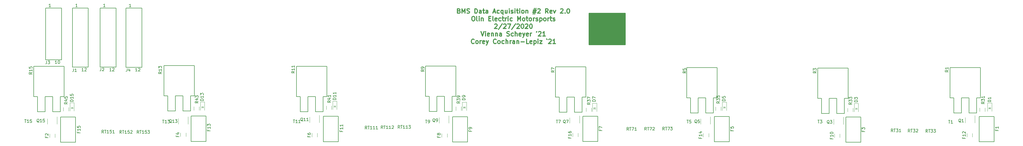
<source format=gto>
G04 #@! TF.GenerationSoftware,KiCad,Pcbnew,5.1.5-52549c5~84~ubuntu18.04.1*
G04 #@! TF.CreationDate,2020-02-28T01:04:36-05:00*
G04 #@! TF.ProjectId,DA_Board_2,44415f42-6f61-4726-945f-322e6b696361,rev?*
G04 #@! TF.SameCoordinates,Original*
G04 #@! TF.FileFunction,Legend,Top*
G04 #@! TF.FilePolarity,Positive*
%FSLAX46Y46*%
G04 Gerber Fmt 4.6, Leading zero omitted, Abs format (unit mm)*
G04 Created by KiCad (PCBNEW 5.1.5-52549c5~84~ubuntu18.04.1) date 2020-02-28 01:04:36*
%MOMM*%
%LPD*%
G04 APERTURE LIST*
%ADD10C,0.300000*%
%ADD11C,0.120000*%
%ADD12C,0.100000*%
%ADD13C,0.150000*%
%ADD14C,0.254000*%
G04 APERTURE END LIST*
D10*
X126322028Y-94183057D02*
X126536314Y-94254485D01*
X126607742Y-94325914D01*
X126679171Y-94468771D01*
X126679171Y-94683057D01*
X126607742Y-94825914D01*
X126536314Y-94897342D01*
X126393457Y-94968771D01*
X125822028Y-94968771D01*
X125822028Y-93468771D01*
X126322028Y-93468771D01*
X126464885Y-93540200D01*
X126536314Y-93611628D01*
X126607742Y-93754485D01*
X126607742Y-93897342D01*
X126536314Y-94040200D01*
X126464885Y-94111628D01*
X126322028Y-94183057D01*
X125822028Y-94183057D01*
X127322028Y-94968771D02*
X127322028Y-93468771D01*
X127822028Y-94540200D01*
X128322028Y-93468771D01*
X128322028Y-94968771D01*
X128964885Y-94897342D02*
X129179171Y-94968771D01*
X129536314Y-94968771D01*
X129679171Y-94897342D01*
X129750600Y-94825914D01*
X129822028Y-94683057D01*
X129822028Y-94540200D01*
X129750600Y-94397342D01*
X129679171Y-94325914D01*
X129536314Y-94254485D01*
X129250600Y-94183057D01*
X129107742Y-94111628D01*
X129036314Y-94040200D01*
X128964885Y-93897342D01*
X128964885Y-93754485D01*
X129036314Y-93611628D01*
X129107742Y-93540200D01*
X129250600Y-93468771D01*
X129607742Y-93468771D01*
X129822028Y-93540200D01*
X131607742Y-94968771D02*
X131607742Y-93468771D01*
X131964885Y-93468771D01*
X132179171Y-93540200D01*
X132322028Y-93683057D01*
X132393457Y-93825914D01*
X132464885Y-94111628D01*
X132464885Y-94325914D01*
X132393457Y-94611628D01*
X132322028Y-94754485D01*
X132179171Y-94897342D01*
X131964885Y-94968771D01*
X131607742Y-94968771D01*
X133750600Y-94968771D02*
X133750600Y-94183057D01*
X133679171Y-94040200D01*
X133536314Y-93968771D01*
X133250600Y-93968771D01*
X133107742Y-94040200D01*
X133750600Y-94897342D02*
X133607742Y-94968771D01*
X133250600Y-94968771D01*
X133107742Y-94897342D01*
X133036314Y-94754485D01*
X133036314Y-94611628D01*
X133107742Y-94468771D01*
X133250600Y-94397342D01*
X133607742Y-94397342D01*
X133750600Y-94325914D01*
X134250600Y-93968771D02*
X134822028Y-93968771D01*
X134464885Y-93468771D02*
X134464885Y-94754485D01*
X134536314Y-94897342D01*
X134679171Y-94968771D01*
X134822028Y-94968771D01*
X135964885Y-94968771D02*
X135964885Y-94183057D01*
X135893457Y-94040200D01*
X135750600Y-93968771D01*
X135464885Y-93968771D01*
X135322028Y-94040200D01*
X135964885Y-94897342D02*
X135822028Y-94968771D01*
X135464885Y-94968771D01*
X135322028Y-94897342D01*
X135250600Y-94754485D01*
X135250600Y-94611628D01*
X135322028Y-94468771D01*
X135464885Y-94397342D01*
X135822028Y-94397342D01*
X135964885Y-94325914D01*
X137750600Y-94540200D02*
X138464885Y-94540200D01*
X137607742Y-94968771D02*
X138107742Y-93468771D01*
X138607742Y-94968771D01*
X139750600Y-94897342D02*
X139607742Y-94968771D01*
X139322028Y-94968771D01*
X139179171Y-94897342D01*
X139107742Y-94825914D01*
X139036314Y-94683057D01*
X139036314Y-94254485D01*
X139107742Y-94111628D01*
X139179171Y-94040200D01*
X139322028Y-93968771D01*
X139607742Y-93968771D01*
X139750600Y-94040200D01*
X141036314Y-93968771D02*
X141036314Y-95468771D01*
X141036314Y-94897342D02*
X140893457Y-94968771D01*
X140607742Y-94968771D01*
X140464885Y-94897342D01*
X140393457Y-94825914D01*
X140322028Y-94683057D01*
X140322028Y-94254485D01*
X140393457Y-94111628D01*
X140464885Y-94040200D01*
X140607742Y-93968771D01*
X140893457Y-93968771D01*
X141036314Y-94040200D01*
X142393457Y-93968771D02*
X142393457Y-94968771D01*
X141750600Y-93968771D02*
X141750600Y-94754485D01*
X141822028Y-94897342D01*
X141964885Y-94968771D01*
X142179171Y-94968771D01*
X142322028Y-94897342D01*
X142393457Y-94825914D01*
X143107742Y-94968771D02*
X143107742Y-93968771D01*
X143107742Y-93468771D02*
X143036314Y-93540200D01*
X143107742Y-93611628D01*
X143179171Y-93540200D01*
X143107742Y-93468771D01*
X143107742Y-93611628D01*
X143750600Y-94897342D02*
X143893457Y-94968771D01*
X144179171Y-94968771D01*
X144322028Y-94897342D01*
X144393457Y-94754485D01*
X144393457Y-94683057D01*
X144322028Y-94540200D01*
X144179171Y-94468771D01*
X143964885Y-94468771D01*
X143822028Y-94397342D01*
X143750600Y-94254485D01*
X143750600Y-94183057D01*
X143822028Y-94040200D01*
X143964885Y-93968771D01*
X144179171Y-93968771D01*
X144322028Y-94040200D01*
X145036314Y-94968771D02*
X145036314Y-93968771D01*
X145036314Y-93468771D02*
X144964885Y-93540200D01*
X145036314Y-93611628D01*
X145107742Y-93540200D01*
X145036314Y-93468771D01*
X145036314Y-93611628D01*
X145536314Y-93968771D02*
X146107742Y-93968771D01*
X145750600Y-93468771D02*
X145750600Y-94754485D01*
X145822028Y-94897342D01*
X145964885Y-94968771D01*
X146107742Y-94968771D01*
X146607742Y-94968771D02*
X146607742Y-93968771D01*
X146607742Y-93468771D02*
X146536314Y-93540200D01*
X146607742Y-93611628D01*
X146679171Y-93540200D01*
X146607742Y-93468771D01*
X146607742Y-93611628D01*
X147536314Y-94968771D02*
X147393457Y-94897342D01*
X147322028Y-94825914D01*
X147250600Y-94683057D01*
X147250600Y-94254485D01*
X147322028Y-94111628D01*
X147393457Y-94040200D01*
X147536314Y-93968771D01*
X147750600Y-93968771D01*
X147893457Y-94040200D01*
X147964885Y-94111628D01*
X148036314Y-94254485D01*
X148036314Y-94683057D01*
X147964885Y-94825914D01*
X147893457Y-94897342D01*
X147750600Y-94968771D01*
X147536314Y-94968771D01*
X148679171Y-93968771D02*
X148679171Y-94968771D01*
X148679171Y-94111628D02*
X148750600Y-94040200D01*
X148893457Y-93968771D01*
X149107742Y-93968771D01*
X149250600Y-94040200D01*
X149322028Y-94183057D01*
X149322028Y-94968771D01*
X151107742Y-93968771D02*
X152179171Y-93968771D01*
X151536314Y-93325914D02*
X151107742Y-95254485D01*
X152036314Y-94611628D02*
X150964885Y-94611628D01*
X151607742Y-95254485D02*
X152036314Y-93325914D01*
X152607742Y-93611628D02*
X152679171Y-93540200D01*
X152822028Y-93468771D01*
X153179171Y-93468771D01*
X153322028Y-93540200D01*
X153393457Y-93611628D01*
X153464885Y-93754485D01*
X153464885Y-93897342D01*
X153393457Y-94111628D01*
X152536314Y-94968771D01*
X153464885Y-94968771D01*
X156107742Y-94968771D02*
X155607742Y-94254485D01*
X155250600Y-94968771D02*
X155250600Y-93468771D01*
X155822028Y-93468771D01*
X155964885Y-93540200D01*
X156036314Y-93611628D01*
X156107742Y-93754485D01*
X156107742Y-93968771D01*
X156036314Y-94111628D01*
X155964885Y-94183057D01*
X155822028Y-94254485D01*
X155250600Y-94254485D01*
X157322028Y-94897342D02*
X157179171Y-94968771D01*
X156893457Y-94968771D01*
X156750600Y-94897342D01*
X156679171Y-94754485D01*
X156679171Y-94183057D01*
X156750600Y-94040200D01*
X156893457Y-93968771D01*
X157179171Y-93968771D01*
X157322028Y-94040200D01*
X157393457Y-94183057D01*
X157393457Y-94325914D01*
X156679171Y-94468771D01*
X157893457Y-93968771D02*
X158250600Y-94968771D01*
X158607742Y-93968771D01*
X160250600Y-93611628D02*
X160322028Y-93540200D01*
X160464885Y-93468771D01*
X160822028Y-93468771D01*
X160964885Y-93540200D01*
X161036314Y-93611628D01*
X161107742Y-93754485D01*
X161107742Y-93897342D01*
X161036314Y-94111628D01*
X160179171Y-94968771D01*
X161107742Y-94968771D01*
X161750600Y-94825914D02*
X161822028Y-94897342D01*
X161750600Y-94968771D01*
X161679171Y-94897342D01*
X161750600Y-94825914D01*
X161750600Y-94968771D01*
X162750600Y-93468771D02*
X162893457Y-93468771D01*
X163036314Y-93540200D01*
X163107742Y-93611628D01*
X163179171Y-93754485D01*
X163250600Y-94040200D01*
X163250600Y-94397342D01*
X163179171Y-94683057D01*
X163107742Y-94825914D01*
X163036314Y-94897342D01*
X162893457Y-94968771D01*
X162750600Y-94968771D01*
X162607742Y-94897342D01*
X162536314Y-94825914D01*
X162464885Y-94683057D01*
X162393457Y-94397342D01*
X162393457Y-94040200D01*
X162464885Y-93754485D01*
X162536314Y-93611628D01*
X162607742Y-93540200D01*
X162750600Y-93468771D01*
X130964885Y-96018771D02*
X131250600Y-96018771D01*
X131393457Y-96090200D01*
X131536314Y-96233057D01*
X131607742Y-96518771D01*
X131607742Y-97018771D01*
X131536314Y-97304485D01*
X131393457Y-97447342D01*
X131250600Y-97518771D01*
X130964885Y-97518771D01*
X130822028Y-97447342D01*
X130679171Y-97304485D01*
X130607742Y-97018771D01*
X130607742Y-96518771D01*
X130679171Y-96233057D01*
X130822028Y-96090200D01*
X130964885Y-96018771D01*
X132464885Y-97518771D02*
X132322028Y-97447342D01*
X132250600Y-97304485D01*
X132250600Y-96018771D01*
X133036314Y-97518771D02*
X133036314Y-96518771D01*
X133036314Y-96018771D02*
X132964885Y-96090200D01*
X133036314Y-96161628D01*
X133107742Y-96090200D01*
X133036314Y-96018771D01*
X133036314Y-96161628D01*
X133750600Y-96518771D02*
X133750600Y-97518771D01*
X133750600Y-96661628D02*
X133822028Y-96590200D01*
X133964885Y-96518771D01*
X134179171Y-96518771D01*
X134322028Y-96590200D01*
X134393457Y-96733057D01*
X134393457Y-97518771D01*
X136250600Y-96733057D02*
X136750600Y-96733057D01*
X136964885Y-97518771D02*
X136250600Y-97518771D01*
X136250600Y-96018771D01*
X136964885Y-96018771D01*
X137822028Y-97518771D02*
X137679171Y-97447342D01*
X137607742Y-97304485D01*
X137607742Y-96018771D01*
X138964885Y-97447342D02*
X138822028Y-97518771D01*
X138536314Y-97518771D01*
X138393457Y-97447342D01*
X138322028Y-97304485D01*
X138322028Y-96733057D01*
X138393457Y-96590200D01*
X138536314Y-96518771D01*
X138822028Y-96518771D01*
X138964885Y-96590200D01*
X139036314Y-96733057D01*
X139036314Y-96875914D01*
X138322028Y-97018771D01*
X140322028Y-97447342D02*
X140179171Y-97518771D01*
X139893457Y-97518771D01*
X139750600Y-97447342D01*
X139679171Y-97375914D01*
X139607742Y-97233057D01*
X139607742Y-96804485D01*
X139679171Y-96661628D01*
X139750600Y-96590200D01*
X139893457Y-96518771D01*
X140179171Y-96518771D01*
X140322028Y-96590200D01*
X140750600Y-96518771D02*
X141322028Y-96518771D01*
X140964885Y-96018771D02*
X140964885Y-97304485D01*
X141036314Y-97447342D01*
X141179171Y-97518771D01*
X141322028Y-97518771D01*
X141822028Y-97518771D02*
X141822028Y-96518771D01*
X141822028Y-96804485D02*
X141893457Y-96661628D01*
X141964885Y-96590200D01*
X142107742Y-96518771D01*
X142250600Y-96518771D01*
X142750600Y-97518771D02*
X142750600Y-96518771D01*
X142750600Y-96018771D02*
X142679171Y-96090200D01*
X142750600Y-96161628D01*
X142822028Y-96090200D01*
X142750600Y-96018771D01*
X142750600Y-96161628D01*
X144107742Y-97447342D02*
X143964885Y-97518771D01*
X143679171Y-97518771D01*
X143536314Y-97447342D01*
X143464885Y-97375914D01*
X143393457Y-97233057D01*
X143393457Y-96804485D01*
X143464885Y-96661628D01*
X143536314Y-96590200D01*
X143679171Y-96518771D01*
X143964885Y-96518771D01*
X144107742Y-96590200D01*
X145893457Y-97518771D02*
X145893457Y-96018771D01*
X146393457Y-97090200D01*
X146893457Y-96018771D01*
X146893457Y-97518771D01*
X147822028Y-97518771D02*
X147679171Y-97447342D01*
X147607742Y-97375914D01*
X147536314Y-97233057D01*
X147536314Y-96804485D01*
X147607742Y-96661628D01*
X147679171Y-96590200D01*
X147822028Y-96518771D01*
X148036314Y-96518771D01*
X148179171Y-96590200D01*
X148250600Y-96661628D01*
X148322028Y-96804485D01*
X148322028Y-97233057D01*
X148250600Y-97375914D01*
X148179171Y-97447342D01*
X148036314Y-97518771D01*
X147822028Y-97518771D01*
X148750600Y-96518771D02*
X149322028Y-96518771D01*
X148964885Y-96018771D02*
X148964885Y-97304485D01*
X149036314Y-97447342D01*
X149179171Y-97518771D01*
X149322028Y-97518771D01*
X150036314Y-97518771D02*
X149893457Y-97447342D01*
X149822028Y-97375914D01*
X149750600Y-97233057D01*
X149750600Y-96804485D01*
X149822028Y-96661628D01*
X149893457Y-96590200D01*
X150036314Y-96518771D01*
X150250600Y-96518771D01*
X150393457Y-96590200D01*
X150464885Y-96661628D01*
X150536314Y-96804485D01*
X150536314Y-97233057D01*
X150464885Y-97375914D01*
X150393457Y-97447342D01*
X150250600Y-97518771D01*
X150036314Y-97518771D01*
X151179171Y-97518771D02*
X151179171Y-96518771D01*
X151179171Y-96804485D02*
X151250600Y-96661628D01*
X151322028Y-96590200D01*
X151464885Y-96518771D01*
X151607742Y-96518771D01*
X152036314Y-97447342D02*
X152179171Y-97518771D01*
X152464885Y-97518771D01*
X152607742Y-97447342D01*
X152679171Y-97304485D01*
X152679171Y-97233057D01*
X152607742Y-97090200D01*
X152464885Y-97018771D01*
X152250600Y-97018771D01*
X152107742Y-96947342D01*
X152036314Y-96804485D01*
X152036314Y-96733057D01*
X152107742Y-96590200D01*
X152250600Y-96518771D01*
X152464885Y-96518771D01*
X152607742Y-96590200D01*
X153322028Y-96518771D02*
X153322028Y-98018771D01*
X153322028Y-96590200D02*
X153464885Y-96518771D01*
X153750600Y-96518771D01*
X153893457Y-96590200D01*
X153964885Y-96661628D01*
X154036314Y-96804485D01*
X154036314Y-97233057D01*
X153964885Y-97375914D01*
X153893457Y-97447342D01*
X153750600Y-97518771D01*
X153464885Y-97518771D01*
X153322028Y-97447342D01*
X154893457Y-97518771D02*
X154750600Y-97447342D01*
X154679171Y-97375914D01*
X154607742Y-97233057D01*
X154607742Y-96804485D01*
X154679171Y-96661628D01*
X154750600Y-96590200D01*
X154893457Y-96518771D01*
X155107742Y-96518771D01*
X155250600Y-96590200D01*
X155322028Y-96661628D01*
X155393457Y-96804485D01*
X155393457Y-97233057D01*
X155322028Y-97375914D01*
X155250600Y-97447342D01*
X155107742Y-97518771D01*
X154893457Y-97518771D01*
X156036314Y-97518771D02*
X156036314Y-96518771D01*
X156036314Y-96804485D02*
X156107742Y-96661628D01*
X156179171Y-96590200D01*
X156322028Y-96518771D01*
X156464885Y-96518771D01*
X156750600Y-96518771D02*
X157322028Y-96518771D01*
X156964885Y-96018771D02*
X156964885Y-97304485D01*
X157036314Y-97447342D01*
X157179171Y-97518771D01*
X157322028Y-97518771D01*
X157750600Y-97447342D02*
X157893457Y-97518771D01*
X158179171Y-97518771D01*
X158322028Y-97447342D01*
X158393457Y-97304485D01*
X158393457Y-97233057D01*
X158322028Y-97090200D01*
X158179171Y-97018771D01*
X157964885Y-97018771D01*
X157822028Y-96947342D01*
X157750600Y-96804485D01*
X157750600Y-96733057D01*
X157822028Y-96590200D01*
X157964885Y-96518771D01*
X158179171Y-96518771D01*
X158322028Y-96590200D01*
X138214885Y-98711628D02*
X138286314Y-98640200D01*
X138429171Y-98568771D01*
X138786314Y-98568771D01*
X138929171Y-98640200D01*
X139000600Y-98711628D01*
X139072028Y-98854485D01*
X139072028Y-98997342D01*
X139000600Y-99211628D01*
X138143457Y-100068771D01*
X139072028Y-100068771D01*
X140786314Y-98497342D02*
X139500600Y-100425914D01*
X141214885Y-98711628D02*
X141286314Y-98640200D01*
X141429171Y-98568771D01*
X141786314Y-98568771D01*
X141929171Y-98640200D01*
X142000600Y-98711628D01*
X142072028Y-98854485D01*
X142072028Y-98997342D01*
X142000600Y-99211628D01*
X141143457Y-100068771D01*
X142072028Y-100068771D01*
X142572028Y-98568771D02*
X143572028Y-98568771D01*
X142929171Y-100068771D01*
X145214885Y-98497342D02*
X143929171Y-100425914D01*
X145643457Y-98711628D02*
X145714885Y-98640200D01*
X145857742Y-98568771D01*
X146214885Y-98568771D01*
X146357742Y-98640200D01*
X146429171Y-98711628D01*
X146500600Y-98854485D01*
X146500600Y-98997342D01*
X146429171Y-99211628D01*
X145572028Y-100068771D01*
X146500600Y-100068771D01*
X147429171Y-98568771D02*
X147572028Y-98568771D01*
X147714885Y-98640200D01*
X147786314Y-98711628D01*
X147857742Y-98854485D01*
X147929171Y-99140200D01*
X147929171Y-99497342D01*
X147857742Y-99783057D01*
X147786314Y-99925914D01*
X147714885Y-99997342D01*
X147572028Y-100068771D01*
X147429171Y-100068771D01*
X147286314Y-99997342D01*
X147214885Y-99925914D01*
X147143457Y-99783057D01*
X147072028Y-99497342D01*
X147072028Y-99140200D01*
X147143457Y-98854485D01*
X147214885Y-98711628D01*
X147286314Y-98640200D01*
X147429171Y-98568771D01*
X148500600Y-98711628D02*
X148572028Y-98640200D01*
X148714885Y-98568771D01*
X149072028Y-98568771D01*
X149214885Y-98640200D01*
X149286314Y-98711628D01*
X149357742Y-98854485D01*
X149357742Y-98997342D01*
X149286314Y-99211628D01*
X148429171Y-100068771D01*
X149357742Y-100068771D01*
X150286314Y-98568771D02*
X150429171Y-98568771D01*
X150572028Y-98640200D01*
X150643457Y-98711628D01*
X150714885Y-98854485D01*
X150786314Y-99140200D01*
X150786314Y-99497342D01*
X150714885Y-99783057D01*
X150643457Y-99925914D01*
X150572028Y-99997342D01*
X150429171Y-100068771D01*
X150286314Y-100068771D01*
X150143457Y-99997342D01*
X150072028Y-99925914D01*
X150000600Y-99783057D01*
X149929171Y-99497342D01*
X149929171Y-99140200D01*
X150000600Y-98854485D01*
X150072028Y-98711628D01*
X150143457Y-98640200D01*
X150286314Y-98568771D01*
X133679171Y-101118771D02*
X134179171Y-102618771D01*
X134679171Y-101118771D01*
X135179171Y-102618771D02*
X135179171Y-101618771D01*
X135179171Y-101118771D02*
X135107742Y-101190200D01*
X135179171Y-101261628D01*
X135250600Y-101190200D01*
X135179171Y-101118771D01*
X135179171Y-101261628D01*
X136464885Y-102547342D02*
X136322028Y-102618771D01*
X136036314Y-102618771D01*
X135893457Y-102547342D01*
X135822028Y-102404485D01*
X135822028Y-101833057D01*
X135893457Y-101690200D01*
X136036314Y-101618771D01*
X136322028Y-101618771D01*
X136464885Y-101690200D01*
X136536314Y-101833057D01*
X136536314Y-101975914D01*
X135822028Y-102118771D01*
X137179171Y-101618771D02*
X137179171Y-102618771D01*
X137179171Y-101761628D02*
X137250600Y-101690200D01*
X137393457Y-101618771D01*
X137607742Y-101618771D01*
X137750600Y-101690200D01*
X137822028Y-101833057D01*
X137822028Y-102618771D01*
X138536314Y-101618771D02*
X138536314Y-102618771D01*
X138536314Y-101761628D02*
X138607742Y-101690200D01*
X138750600Y-101618771D01*
X138964885Y-101618771D01*
X139107742Y-101690200D01*
X139179171Y-101833057D01*
X139179171Y-102618771D01*
X140536314Y-102618771D02*
X140536314Y-101833057D01*
X140464885Y-101690200D01*
X140322028Y-101618771D01*
X140036314Y-101618771D01*
X139893457Y-101690200D01*
X140536314Y-102547342D02*
X140393457Y-102618771D01*
X140036314Y-102618771D01*
X139893457Y-102547342D01*
X139822028Y-102404485D01*
X139822028Y-102261628D01*
X139893457Y-102118771D01*
X140036314Y-102047342D01*
X140393457Y-102047342D01*
X140536314Y-101975914D01*
X142322028Y-102547342D02*
X142536314Y-102618771D01*
X142893457Y-102618771D01*
X143036314Y-102547342D01*
X143107742Y-102475914D01*
X143179171Y-102333057D01*
X143179171Y-102190200D01*
X143107742Y-102047342D01*
X143036314Y-101975914D01*
X142893457Y-101904485D01*
X142607742Y-101833057D01*
X142464885Y-101761628D01*
X142393457Y-101690200D01*
X142322028Y-101547342D01*
X142322028Y-101404485D01*
X142393457Y-101261628D01*
X142464885Y-101190200D01*
X142607742Y-101118771D01*
X142964885Y-101118771D01*
X143179171Y-101190200D01*
X144464885Y-102547342D02*
X144322028Y-102618771D01*
X144036314Y-102618771D01*
X143893457Y-102547342D01*
X143822028Y-102475914D01*
X143750600Y-102333057D01*
X143750600Y-101904485D01*
X143822028Y-101761628D01*
X143893457Y-101690200D01*
X144036314Y-101618771D01*
X144322028Y-101618771D01*
X144464885Y-101690200D01*
X145107742Y-102618771D02*
X145107742Y-101118771D01*
X145750600Y-102618771D02*
X145750600Y-101833057D01*
X145679171Y-101690200D01*
X145536314Y-101618771D01*
X145322028Y-101618771D01*
X145179171Y-101690200D01*
X145107742Y-101761628D01*
X147036314Y-102547342D02*
X146893457Y-102618771D01*
X146607742Y-102618771D01*
X146464885Y-102547342D01*
X146393457Y-102404485D01*
X146393457Y-101833057D01*
X146464885Y-101690200D01*
X146607742Y-101618771D01*
X146893457Y-101618771D01*
X147036314Y-101690200D01*
X147107742Y-101833057D01*
X147107742Y-101975914D01*
X146393457Y-102118771D01*
X147607742Y-101618771D02*
X147964885Y-102618771D01*
X148322028Y-101618771D02*
X147964885Y-102618771D01*
X147822028Y-102975914D01*
X147750600Y-103047342D01*
X147607742Y-103118771D01*
X149464885Y-102547342D02*
X149322028Y-102618771D01*
X149036314Y-102618771D01*
X148893457Y-102547342D01*
X148822028Y-102404485D01*
X148822028Y-101833057D01*
X148893457Y-101690200D01*
X149036314Y-101618771D01*
X149322028Y-101618771D01*
X149464885Y-101690200D01*
X149536314Y-101833057D01*
X149536314Y-101975914D01*
X148822028Y-102118771D01*
X150179171Y-102618771D02*
X150179171Y-101618771D01*
X150179171Y-101904485D02*
X150250600Y-101761628D01*
X150322028Y-101690200D01*
X150464885Y-101618771D01*
X150607742Y-101618771D01*
X152322028Y-101118771D02*
X152179171Y-101404485D01*
X152893457Y-101261628D02*
X152964885Y-101190200D01*
X153107742Y-101118771D01*
X153464885Y-101118771D01*
X153607742Y-101190200D01*
X153679171Y-101261628D01*
X153750600Y-101404485D01*
X153750600Y-101547342D01*
X153679171Y-101761628D01*
X152822028Y-102618771D01*
X153750600Y-102618771D01*
X155179171Y-102618771D02*
X154322028Y-102618771D01*
X154750600Y-102618771D02*
X154750600Y-101118771D01*
X154607742Y-101333057D01*
X154464885Y-101475914D01*
X154322028Y-101547342D01*
X131357742Y-105025914D02*
X131286314Y-105097342D01*
X131072028Y-105168771D01*
X130929171Y-105168771D01*
X130714885Y-105097342D01*
X130572028Y-104954485D01*
X130500600Y-104811628D01*
X130429171Y-104525914D01*
X130429171Y-104311628D01*
X130500600Y-104025914D01*
X130572028Y-103883057D01*
X130714885Y-103740200D01*
X130929171Y-103668771D01*
X131072028Y-103668771D01*
X131286314Y-103740200D01*
X131357742Y-103811628D01*
X132214885Y-105168771D02*
X132072028Y-105097342D01*
X132000600Y-105025914D01*
X131929171Y-104883057D01*
X131929171Y-104454485D01*
X132000600Y-104311628D01*
X132072028Y-104240200D01*
X132214885Y-104168771D01*
X132429171Y-104168771D01*
X132572028Y-104240200D01*
X132643457Y-104311628D01*
X132714885Y-104454485D01*
X132714885Y-104883057D01*
X132643457Y-105025914D01*
X132572028Y-105097342D01*
X132429171Y-105168771D01*
X132214885Y-105168771D01*
X133357742Y-105168771D02*
X133357742Y-104168771D01*
X133357742Y-104454485D02*
X133429171Y-104311628D01*
X133500600Y-104240200D01*
X133643457Y-104168771D01*
X133786314Y-104168771D01*
X134857742Y-105097342D02*
X134714885Y-105168771D01*
X134429171Y-105168771D01*
X134286314Y-105097342D01*
X134214885Y-104954485D01*
X134214885Y-104383057D01*
X134286314Y-104240200D01*
X134429171Y-104168771D01*
X134714885Y-104168771D01*
X134857742Y-104240200D01*
X134929171Y-104383057D01*
X134929171Y-104525914D01*
X134214885Y-104668771D01*
X135429171Y-104168771D02*
X135786314Y-105168771D01*
X136143457Y-104168771D02*
X135786314Y-105168771D01*
X135643457Y-105525914D01*
X135572028Y-105597342D01*
X135429171Y-105668771D01*
X138714885Y-105025914D02*
X138643457Y-105097342D01*
X138429171Y-105168771D01*
X138286314Y-105168771D01*
X138072028Y-105097342D01*
X137929171Y-104954485D01*
X137857742Y-104811628D01*
X137786314Y-104525914D01*
X137786314Y-104311628D01*
X137857742Y-104025914D01*
X137929171Y-103883057D01*
X138072028Y-103740200D01*
X138286314Y-103668771D01*
X138429171Y-103668771D01*
X138643457Y-103740200D01*
X138714885Y-103811628D01*
X139572028Y-105168771D02*
X139429171Y-105097342D01*
X139357742Y-105025914D01*
X139286314Y-104883057D01*
X139286314Y-104454485D01*
X139357742Y-104311628D01*
X139429171Y-104240200D01*
X139572028Y-104168771D01*
X139786314Y-104168771D01*
X139929171Y-104240200D01*
X140000600Y-104311628D01*
X140072028Y-104454485D01*
X140072028Y-104883057D01*
X140000600Y-105025914D01*
X139929171Y-105097342D01*
X139786314Y-105168771D01*
X139572028Y-105168771D01*
X141357742Y-105097342D02*
X141214885Y-105168771D01*
X140929171Y-105168771D01*
X140786314Y-105097342D01*
X140714885Y-105025914D01*
X140643457Y-104883057D01*
X140643457Y-104454485D01*
X140714885Y-104311628D01*
X140786314Y-104240200D01*
X140929171Y-104168771D01*
X141214885Y-104168771D01*
X141357742Y-104240200D01*
X142000600Y-105168771D02*
X142000600Y-103668771D01*
X142643457Y-105168771D02*
X142643457Y-104383057D01*
X142572028Y-104240200D01*
X142429171Y-104168771D01*
X142214885Y-104168771D01*
X142072028Y-104240200D01*
X142000600Y-104311628D01*
X143357742Y-105168771D02*
X143357742Y-104168771D01*
X143357742Y-104454485D02*
X143429171Y-104311628D01*
X143500600Y-104240200D01*
X143643457Y-104168771D01*
X143786314Y-104168771D01*
X144929171Y-105168771D02*
X144929171Y-104383057D01*
X144857742Y-104240200D01*
X144714885Y-104168771D01*
X144429171Y-104168771D01*
X144286314Y-104240200D01*
X144929171Y-105097342D02*
X144786314Y-105168771D01*
X144429171Y-105168771D01*
X144286314Y-105097342D01*
X144214885Y-104954485D01*
X144214885Y-104811628D01*
X144286314Y-104668771D01*
X144429171Y-104597342D01*
X144786314Y-104597342D01*
X144929171Y-104525914D01*
X145643457Y-104168771D02*
X145643457Y-105168771D01*
X145643457Y-104311628D02*
X145714885Y-104240200D01*
X145857742Y-104168771D01*
X146072028Y-104168771D01*
X146214885Y-104240200D01*
X146286314Y-104383057D01*
X146286314Y-105168771D01*
X147000600Y-104597342D02*
X148143457Y-104597342D01*
X149572028Y-105168771D02*
X148857742Y-105168771D01*
X148857742Y-103668771D01*
X150643457Y-105097342D02*
X150500600Y-105168771D01*
X150214885Y-105168771D01*
X150072028Y-105097342D01*
X150000600Y-104954485D01*
X150000600Y-104383057D01*
X150072028Y-104240200D01*
X150214885Y-104168771D01*
X150500600Y-104168771D01*
X150643457Y-104240200D01*
X150714885Y-104383057D01*
X150714885Y-104525914D01*
X150000600Y-104668771D01*
X151357742Y-104168771D02*
X151357742Y-105668771D01*
X151357742Y-104240200D02*
X151500600Y-104168771D01*
X151786314Y-104168771D01*
X151929171Y-104240200D01*
X152000600Y-104311628D01*
X152072028Y-104454485D01*
X152072028Y-104883057D01*
X152000600Y-105025914D01*
X151929171Y-105097342D01*
X151786314Y-105168771D01*
X151500600Y-105168771D01*
X151357742Y-105097342D01*
X152714885Y-105168771D02*
X152714885Y-104168771D01*
X152714885Y-103668771D02*
X152643457Y-103740200D01*
X152714885Y-103811628D01*
X152786314Y-103740200D01*
X152714885Y-103668771D01*
X152714885Y-103811628D01*
X153286314Y-104168771D02*
X154072028Y-104168771D01*
X153286314Y-105168771D01*
X154072028Y-105168771D01*
X155572028Y-103597342D02*
X155786314Y-103811628D01*
X156286314Y-103811628D02*
X156357742Y-103740200D01*
X156500600Y-103668771D01*
X156857742Y-103668771D01*
X157000600Y-103740200D01*
X157072028Y-103811628D01*
X157143457Y-103954485D01*
X157143457Y-104097342D01*
X157072028Y-104311628D01*
X156214885Y-105168771D01*
X157143457Y-105168771D01*
X158572028Y-105168771D02*
X157714885Y-105168771D01*
X158143457Y-105168771D02*
X158143457Y-103668771D01*
X158000600Y-103883057D01*
X157857742Y-104025914D01*
X157714885Y-104097342D01*
D11*
X304331600Y-125098400D02*
X304331600Y-127898400D01*
X302931600Y-125098400D02*
X302931600Y-127898400D01*
X304331600Y-125098400D02*
X302931600Y-125098400D01*
D12*
X303631600Y-126698400D02*
X303931600Y-126998400D01*
X303931600Y-126998400D02*
X303981600Y-127048400D01*
X303981600Y-127048400D02*
X303331600Y-127048400D01*
X303281600Y-127048400D02*
X303331600Y-127048400D01*
X303331600Y-127048400D02*
X303281600Y-127048400D01*
X303281600Y-127048400D02*
X303631600Y-126698400D01*
X303631600Y-126698400D02*
X303981600Y-126698400D01*
X303281600Y-126698400D02*
X303631600Y-126698400D01*
X258679200Y-126843000D02*
X259029200Y-126843000D01*
X259029200Y-126843000D02*
X259379200Y-126843000D01*
X258679200Y-127193000D02*
X259029200Y-126843000D01*
X258729200Y-127193000D02*
X258679200Y-127193000D01*
X258679200Y-127193000D02*
X258729200Y-127193000D01*
X259379200Y-127193000D02*
X258729200Y-127193000D01*
X259329200Y-127143000D02*
X259379200Y-127193000D01*
X259029200Y-126843000D02*
X259329200Y-127143000D01*
D11*
X259729200Y-125243000D02*
X258329200Y-125243000D01*
X258329200Y-125243000D02*
X258329200Y-128043000D01*
X259729200Y-125243000D02*
X259729200Y-128043000D01*
X215660200Y-124819000D02*
X215660200Y-127619000D01*
X214260200Y-124819000D02*
X214260200Y-127619000D01*
X215660200Y-124819000D02*
X214260200Y-124819000D01*
D12*
X214960200Y-126419000D02*
X215260200Y-126719000D01*
X215260200Y-126719000D02*
X215310200Y-126769000D01*
X215310200Y-126769000D02*
X214660200Y-126769000D01*
X214610200Y-126769000D02*
X214660200Y-126769000D01*
X214660200Y-126769000D02*
X214610200Y-126769000D01*
X214610200Y-126769000D02*
X214960200Y-126419000D01*
X214960200Y-126419000D02*
X215310200Y-126419000D01*
X214610200Y-126419000D02*
X214960200Y-126419000D01*
D11*
X172327800Y-125123800D02*
X172327800Y-127923800D01*
X170927800Y-125123800D02*
X170927800Y-127923800D01*
X172327800Y-125123800D02*
X170927800Y-125123800D01*
D12*
X171627800Y-126723800D02*
X171927800Y-127023800D01*
X171927800Y-127023800D02*
X171977800Y-127073800D01*
X171977800Y-127073800D02*
X171327800Y-127073800D01*
X171277800Y-127073800D02*
X171327800Y-127073800D01*
X171327800Y-127073800D02*
X171277800Y-127073800D01*
X171277800Y-127073800D02*
X171627800Y-126723800D01*
X171627800Y-126723800D02*
X171977800Y-126723800D01*
X171277800Y-126723800D02*
X171627800Y-126723800D01*
X127767600Y-126393600D02*
X128117600Y-126393600D01*
X128117600Y-126393600D02*
X128467600Y-126393600D01*
X127767600Y-126743600D02*
X128117600Y-126393600D01*
X127817600Y-126743600D02*
X127767600Y-126743600D01*
X127767600Y-126743600D02*
X127817600Y-126743600D01*
X128467600Y-126743600D02*
X127817600Y-126743600D01*
X128417600Y-126693600D02*
X128467600Y-126743600D01*
X128117600Y-126393600D02*
X128417600Y-126693600D01*
D11*
X128817600Y-124793600D02*
X127417600Y-124793600D01*
X127417600Y-124793600D02*
X127417600Y-127593600D01*
X128817600Y-124793600D02*
X128817600Y-127593600D01*
D12*
X84435200Y-126088800D02*
X84785200Y-126088800D01*
X84785200Y-126088800D02*
X85135200Y-126088800D01*
X84435200Y-126438800D02*
X84785200Y-126088800D01*
X84485200Y-126438800D02*
X84435200Y-126438800D01*
X84435200Y-126438800D02*
X84485200Y-126438800D01*
X85135200Y-126438800D02*
X84485200Y-126438800D01*
X85085200Y-126388800D02*
X85135200Y-126438800D01*
X84785200Y-126088800D02*
X85085200Y-126388800D01*
D11*
X85485200Y-124488800D02*
X84085200Y-124488800D01*
X84085200Y-124488800D02*
X84085200Y-127288800D01*
X85485200Y-124488800D02*
X85485200Y-127288800D01*
D12*
X40264600Y-126317400D02*
X40614600Y-126317400D01*
X40614600Y-126317400D02*
X40964600Y-126317400D01*
X40264600Y-126667400D02*
X40614600Y-126317400D01*
X40314600Y-126667400D02*
X40264600Y-126667400D01*
X40264600Y-126667400D02*
X40314600Y-126667400D01*
X40964600Y-126667400D02*
X40314600Y-126667400D01*
X40914600Y-126617400D02*
X40964600Y-126667400D01*
X40614600Y-126317400D02*
X40914600Y-126617400D01*
D11*
X41314600Y-124717400D02*
X39914600Y-124717400D01*
X39914600Y-124717400D02*
X39914600Y-127517400D01*
X41314600Y-124717400D02*
X41314600Y-127517400D01*
X-2297200Y-124989000D02*
X-2297200Y-127789000D01*
X-3697200Y-124989000D02*
X-3697200Y-127789000D01*
X-2297200Y-124989000D02*
X-3697200Y-124989000D01*
D12*
X-2997200Y-126589000D02*
X-2697200Y-126889000D01*
X-2697200Y-126889000D02*
X-2647200Y-126939000D01*
X-2647200Y-126939000D02*
X-3297200Y-126939000D01*
X-3347200Y-126939000D02*
X-3297200Y-126939000D01*
X-3297200Y-126939000D02*
X-3347200Y-126939000D01*
X-3347200Y-126939000D02*
X-2997200Y-126589000D01*
X-2997200Y-126589000D02*
X-2647200Y-126589000D01*
X-3347200Y-126589000D02*
X-2997200Y-126589000D01*
D13*
X300141000Y-138120000D02*
X300141000Y-129620000D01*
X300141000Y-129620000D02*
X305141000Y-129620000D01*
X305141000Y-129620000D02*
X305141000Y-138120000D01*
X305141000Y-138120000D02*
X300141000Y-138120000D01*
X260540000Y-138300000D02*
X255540000Y-138300000D01*
X260540000Y-129800000D02*
X260540000Y-138300000D01*
X255540000Y-129800000D02*
X260540000Y-129800000D01*
X255540000Y-138300000D02*
X255540000Y-129800000D01*
X211596600Y-138110000D02*
X211596600Y-129610000D01*
X211596600Y-129610000D02*
X216596600Y-129610000D01*
X216596600Y-129610000D02*
X216596600Y-138110000D01*
X216596600Y-138110000D02*
X211596600Y-138110000D01*
X172705400Y-138030000D02*
X167705400Y-138030000D01*
X172705400Y-129530000D02*
X172705400Y-138030000D01*
X167705400Y-129530000D02*
X172705400Y-129530000D01*
X167705400Y-138030000D02*
X167705400Y-129530000D01*
X124144400Y-138200000D02*
X124144400Y-129700000D01*
X124144400Y-129700000D02*
X129144400Y-129700000D01*
X129144400Y-129700000D02*
X129144400Y-138200000D01*
X129144400Y-138200000D02*
X124144400Y-138200000D01*
X85989800Y-138090000D02*
X80989800Y-138090000D01*
X85989800Y-129590000D02*
X85989800Y-138090000D01*
X80989800Y-129590000D02*
X85989800Y-129590000D01*
X80989800Y-138090000D02*
X80989800Y-129590000D01*
X36793800Y-138000000D02*
X36793800Y-129500000D01*
X36793800Y-129500000D02*
X41793800Y-129500000D01*
X41793800Y-129500000D02*
X41793800Y-138000000D01*
X41793800Y-138000000D02*
X36793800Y-138000000D01*
X-1843400Y-138310000D02*
X-6843400Y-138310000D01*
X-1843400Y-129810000D02*
X-1843400Y-138310000D01*
X-6843400Y-129810000D02*
X-1843400Y-129810000D01*
X-6843400Y-138310000D02*
X-6843400Y-129810000D01*
X-2853200Y-113074400D02*
X2446800Y-113074400D01*
X-2853200Y-93224400D02*
X2446800Y-93224400D01*
X-2853200Y-113074400D02*
X-2853200Y-93224400D01*
X2446800Y-113074400D02*
X2446800Y-93224400D01*
X11730500Y-113061700D02*
X11730500Y-93211700D01*
X6430500Y-113061700D02*
X6430500Y-93211700D01*
X6430500Y-93211700D02*
X11730500Y-93211700D01*
X6430500Y-113061700D02*
X11730500Y-113061700D01*
X-11768600Y-110559800D02*
X-6468600Y-110559800D01*
X-11768600Y-93249800D02*
X-6468600Y-93249800D01*
X-11768600Y-110559800D02*
X-11768600Y-93249800D01*
X-6468600Y-110559800D02*
X-6468600Y-93249800D01*
X15066500Y-113112500D02*
X20366500Y-113112500D01*
X15066500Y-93262500D02*
X20366500Y-93262500D01*
X15066500Y-113112500D02*
X15066500Y-93262500D01*
X20366500Y-113112500D02*
X20366500Y-93262500D01*
D11*
X302073200Y-126730200D02*
X302073200Y-127930200D01*
X300313200Y-127930200D02*
X300313200Y-126730200D01*
X256168000Y-128031800D02*
X256168000Y-126831800D01*
X257928000Y-126831800D02*
X257928000Y-128031800D01*
X212073600Y-127600000D02*
X212073600Y-126400000D01*
X213833600Y-126400000D02*
X213833600Y-127600000D01*
X170552000Y-126730200D02*
X170552000Y-127930200D01*
X168792000Y-127930200D02*
X168792000Y-126730200D01*
X125256400Y-127584800D02*
X125256400Y-126384800D01*
X127016400Y-126384800D02*
X127016400Y-127584800D01*
X83734800Y-126080000D02*
X83734800Y-127280000D01*
X81974800Y-127280000D02*
X81974800Y-126080000D01*
X37728000Y-127523800D02*
X37728000Y-126323800D01*
X39488000Y-126323800D02*
X39488000Y-127523800D01*
X-4123800Y-126577800D02*
X-4123800Y-127777800D01*
X-5883800Y-127777800D02*
X-5883800Y-126577800D01*
X295420000Y-129976000D02*
X295420000Y-131776000D01*
X298640000Y-131776000D02*
X298640000Y-129326000D01*
X254690000Y-132266000D02*
X254690000Y-129816000D01*
X251470000Y-130466000D02*
X251470000Y-132266000D01*
X207100000Y-130366000D02*
X207100000Y-132166000D01*
X210320000Y-132166000D02*
X210320000Y-129716000D01*
X163330000Y-130046000D02*
X163330000Y-131846000D01*
X166550000Y-131846000D02*
X166550000Y-129396000D01*
X122940000Y-131806000D02*
X122940000Y-129356000D01*
X119720000Y-130006000D02*
X119720000Y-131806000D01*
X79670000Y-131646000D02*
X79670000Y-129196000D01*
X76450000Y-129846000D02*
X76450000Y-131646000D01*
X35760000Y-132146000D02*
X35760000Y-129696000D01*
X32540000Y-130346000D02*
X32540000Y-132146000D01*
X-11240000Y-130376000D02*
X-11240000Y-132176000D01*
X-8020000Y-132176000D02*
X-8020000Y-129726000D01*
D13*
X294144700Y-128485900D02*
X291604700Y-128485900D01*
X291604700Y-128485900D02*
X291604700Y-123405900D01*
X291604700Y-123405900D02*
X290334700Y-123405900D01*
X290334700Y-123405900D02*
X290334700Y-113245900D01*
X290334700Y-113245900D02*
X300494700Y-113245900D01*
X300494700Y-113245900D02*
X300494700Y-123405900D01*
X300494700Y-123405900D02*
X299224700Y-123405900D01*
X299224700Y-123405900D02*
X299224700Y-128485900D01*
X299224700Y-128485900D02*
X296684700Y-128485900D01*
X296684700Y-128485900D02*
X296684700Y-123405900D01*
X296684700Y-123405900D02*
X294144700Y-123405900D01*
X294144700Y-123405900D02*
X294144700Y-128485900D01*
X249986800Y-128600200D02*
X247446800Y-128600200D01*
X247446800Y-128600200D02*
X247446800Y-123520200D01*
X247446800Y-123520200D02*
X246176800Y-123520200D01*
X246176800Y-123520200D02*
X246176800Y-113360200D01*
X246176800Y-113360200D02*
X256336800Y-113360200D01*
X256336800Y-113360200D02*
X256336800Y-123520200D01*
X256336800Y-123520200D02*
X255066800Y-123520200D01*
X255066800Y-123520200D02*
X255066800Y-128600200D01*
X255066800Y-128600200D02*
X252526800Y-128600200D01*
X252526800Y-128600200D02*
X252526800Y-123520200D01*
X252526800Y-123520200D02*
X249986800Y-123520200D01*
X249986800Y-123520200D02*
X249986800Y-128600200D01*
X206222600Y-128480900D02*
X203682600Y-128480900D01*
X203682600Y-128480900D02*
X203682600Y-123400900D01*
X203682600Y-123400900D02*
X202412600Y-123400900D01*
X202412600Y-123400900D02*
X202412600Y-113240900D01*
X202412600Y-113240900D02*
X212572600Y-113240900D01*
X212572600Y-113240900D02*
X212572600Y-123400900D01*
X212572600Y-123400900D02*
X211302600Y-123400900D01*
X211302600Y-123400900D02*
X211302600Y-128480900D01*
X211302600Y-128480900D02*
X208762600Y-128480900D01*
X208762600Y-128480900D02*
X208762600Y-123400900D01*
X208762600Y-123400900D02*
X206222600Y-123400900D01*
X206222600Y-123400900D02*
X206222600Y-128480900D01*
X162382200Y-128231900D02*
X159842200Y-128231900D01*
X159842200Y-128231900D02*
X159842200Y-123151900D01*
X159842200Y-123151900D02*
X158572200Y-123151900D01*
X158572200Y-123151900D02*
X158572200Y-112991900D01*
X158572200Y-112991900D02*
X168732200Y-112991900D01*
X168732200Y-112991900D02*
X168732200Y-123151900D01*
X168732200Y-123151900D02*
X167462200Y-123151900D01*
X167462200Y-123151900D02*
X167462200Y-128231900D01*
X167462200Y-128231900D02*
X164922200Y-128231900D01*
X164922200Y-128231900D02*
X164922200Y-123151900D01*
X164922200Y-123151900D02*
X162382200Y-123151900D01*
X162382200Y-123151900D02*
X162382200Y-128231900D01*
X118935500Y-127914400D02*
X116395500Y-127914400D01*
X116395500Y-127914400D02*
X116395500Y-122834400D01*
X116395500Y-122834400D02*
X115125500Y-122834400D01*
X115125500Y-122834400D02*
X115125500Y-112674400D01*
X115125500Y-112674400D02*
X125285500Y-112674400D01*
X125285500Y-112674400D02*
X125285500Y-122834400D01*
X125285500Y-122834400D02*
X124015500Y-122834400D01*
X124015500Y-122834400D02*
X124015500Y-127914400D01*
X124015500Y-127914400D02*
X121475500Y-127914400D01*
X121475500Y-127914400D02*
X121475500Y-122834400D01*
X121475500Y-122834400D02*
X118935500Y-122834400D01*
X118935500Y-122834400D02*
X118935500Y-127914400D01*
X75793600Y-128003300D02*
X73253600Y-128003300D01*
X73253600Y-128003300D02*
X73253600Y-122923300D01*
X73253600Y-122923300D02*
X71983600Y-122923300D01*
X71983600Y-122923300D02*
X71983600Y-112763300D01*
X71983600Y-112763300D02*
X82143600Y-112763300D01*
X82143600Y-112763300D02*
X82143600Y-122923300D01*
X82143600Y-122923300D02*
X80873600Y-122923300D01*
X80873600Y-122923300D02*
X80873600Y-128003300D01*
X80873600Y-128003300D02*
X78333600Y-128003300D01*
X78333600Y-128003300D02*
X78333600Y-122923300D01*
X78333600Y-122923300D02*
X75793600Y-122923300D01*
X75793600Y-122923300D02*
X75793600Y-128003300D01*
X31546800Y-127769700D02*
X29006800Y-127769700D01*
X29006800Y-127769700D02*
X29006800Y-122689700D01*
X29006800Y-122689700D02*
X27736800Y-122689700D01*
X27736800Y-122689700D02*
X27736800Y-112529700D01*
X27736800Y-112529700D02*
X37896800Y-112529700D01*
X37896800Y-112529700D02*
X37896800Y-122689700D01*
X37896800Y-122689700D02*
X36626800Y-122689700D01*
X36626800Y-122689700D02*
X36626800Y-127769700D01*
X36626800Y-127769700D02*
X34086800Y-127769700D01*
X34086800Y-127769700D02*
X34086800Y-122689700D01*
X34086800Y-122689700D02*
X31546800Y-122689700D01*
X31546800Y-122689700D02*
X31546800Y-127769700D01*
X-12001500Y-128028700D02*
X-14541500Y-128028700D01*
X-14541500Y-128028700D02*
X-14541500Y-122948700D01*
X-14541500Y-122948700D02*
X-15811500Y-122948700D01*
X-15811500Y-122948700D02*
X-15811500Y-112788700D01*
X-15811500Y-112788700D02*
X-5651500Y-112788700D01*
X-5651500Y-112788700D02*
X-5651500Y-122948700D01*
X-5651500Y-122948700D02*
X-6921500Y-122948700D01*
X-6921500Y-122948700D02*
X-6921500Y-128028700D01*
X-6921500Y-128028700D02*
X-9461500Y-128028700D01*
X-9461500Y-128028700D02*
X-9461500Y-122948700D01*
X-9461500Y-122948700D02*
X-12001500Y-122948700D01*
X-12001500Y-122948700D02*
X-12001500Y-128028700D01*
D11*
X-10470000Y-136682064D02*
X-10470000Y-135477936D01*
X-8650000Y-136682064D02*
X-8650000Y-135477936D01*
X35080000Y-136372064D02*
X35080000Y-135167936D01*
X33260000Y-136372064D02*
X33260000Y-135167936D01*
X77160000Y-136462064D02*
X77160000Y-135257936D01*
X78980000Y-136462064D02*
X78980000Y-135257936D01*
X122360000Y-136572064D02*
X122360000Y-135367936D01*
X120540000Y-136572064D02*
X120540000Y-135367936D01*
X251760000Y-136672064D02*
X251760000Y-135467936D01*
X253580000Y-136672064D02*
X253580000Y-135467936D01*
X297830000Y-136492064D02*
X297830000Y-135287936D01*
X296010000Y-136492064D02*
X296010000Y-135287936D01*
X209770000Y-136482064D02*
X209770000Y-135277936D01*
X207950000Y-136482064D02*
X207950000Y-135277936D01*
X164290000Y-136402064D02*
X164290000Y-135197936D01*
X166110000Y-136402064D02*
X166110000Y-135197936D01*
D13*
X304033180Y-124690095D02*
X303033180Y-124690095D01*
X303033180Y-124452000D01*
X303080800Y-124309142D01*
X303176038Y-124213904D01*
X303271276Y-124166285D01*
X303461752Y-124118666D01*
X303604609Y-124118666D01*
X303795085Y-124166285D01*
X303890323Y-124213904D01*
X303985561Y-124309142D01*
X304033180Y-124452000D01*
X304033180Y-124690095D01*
X304033180Y-123166285D02*
X304033180Y-123737714D01*
X304033180Y-123452000D02*
X303033180Y-123452000D01*
X303176038Y-123547238D01*
X303271276Y-123642476D01*
X303318895Y-123737714D01*
X259456180Y-124707695D02*
X258456180Y-124707695D01*
X258456180Y-124469600D01*
X258503800Y-124326742D01*
X258599038Y-124231504D01*
X258694276Y-124183885D01*
X258884752Y-124136266D01*
X259027609Y-124136266D01*
X259218085Y-124183885D01*
X259313323Y-124231504D01*
X259408561Y-124326742D01*
X259456180Y-124469600D01*
X259456180Y-124707695D01*
X258456180Y-123802933D02*
X258456180Y-123183885D01*
X258837133Y-123517219D01*
X258837133Y-123374361D01*
X258884752Y-123279123D01*
X258932371Y-123231504D01*
X259027609Y-123183885D01*
X259265704Y-123183885D01*
X259360942Y-123231504D01*
X259408561Y-123279123D01*
X259456180Y-123374361D01*
X259456180Y-123660076D01*
X259408561Y-123755314D01*
X259360942Y-123802933D01*
X215285580Y-124359895D02*
X214285580Y-124359895D01*
X214285580Y-124121800D01*
X214333200Y-123978942D01*
X214428438Y-123883704D01*
X214523676Y-123836085D01*
X214714152Y-123788466D01*
X214857009Y-123788466D01*
X215047485Y-123836085D01*
X215142723Y-123883704D01*
X215237961Y-123978942D01*
X215285580Y-124121800D01*
X215285580Y-124359895D01*
X214285580Y-122883704D02*
X214285580Y-123359895D01*
X214761771Y-123407514D01*
X214714152Y-123359895D01*
X214666533Y-123264657D01*
X214666533Y-123026561D01*
X214714152Y-122931323D01*
X214761771Y-122883704D01*
X214857009Y-122836085D01*
X215095104Y-122836085D01*
X215190342Y-122883704D01*
X215237961Y-122931323D01*
X215285580Y-123026561D01*
X215285580Y-123264657D01*
X215237961Y-123359895D01*
X215190342Y-123407514D01*
X171902380Y-124537695D02*
X170902380Y-124537695D01*
X170902380Y-124299600D01*
X170950000Y-124156742D01*
X171045238Y-124061504D01*
X171140476Y-124013885D01*
X171330952Y-123966266D01*
X171473809Y-123966266D01*
X171664285Y-124013885D01*
X171759523Y-124061504D01*
X171854761Y-124156742D01*
X171902380Y-124299600D01*
X171902380Y-124537695D01*
X170902380Y-123632933D02*
X170902380Y-122966266D01*
X171902380Y-123394838D01*
X128417580Y-124080495D02*
X127417580Y-124080495D01*
X127417580Y-123842400D01*
X127465200Y-123699542D01*
X127560438Y-123604304D01*
X127655676Y-123556685D01*
X127846152Y-123509066D01*
X127989009Y-123509066D01*
X128179485Y-123556685D01*
X128274723Y-123604304D01*
X128369961Y-123699542D01*
X128417580Y-123842400D01*
X128417580Y-124080495D01*
X128417580Y-123032876D02*
X128417580Y-122842400D01*
X128369961Y-122747161D01*
X128322342Y-122699542D01*
X128179485Y-122604304D01*
X127989009Y-122556685D01*
X127608057Y-122556685D01*
X127512819Y-122604304D01*
X127465200Y-122651923D01*
X127417580Y-122747161D01*
X127417580Y-122937638D01*
X127465200Y-123032876D01*
X127512819Y-123080495D01*
X127608057Y-123128114D01*
X127846152Y-123128114D01*
X127941390Y-123080495D01*
X127989009Y-123032876D01*
X128036628Y-122937638D01*
X128036628Y-122747161D01*
X127989009Y-122651923D01*
X127941390Y-122604304D01*
X127846152Y-122556685D01*
X85212180Y-123972485D02*
X84212180Y-123972485D01*
X84212180Y-123734390D01*
X84259800Y-123591533D01*
X84355038Y-123496295D01*
X84450276Y-123448676D01*
X84640752Y-123401057D01*
X84783609Y-123401057D01*
X84974085Y-123448676D01*
X85069323Y-123496295D01*
X85164561Y-123591533D01*
X85212180Y-123734390D01*
X85212180Y-123972485D01*
X85212180Y-122448676D02*
X85212180Y-123020104D01*
X85212180Y-122734390D02*
X84212180Y-122734390D01*
X84355038Y-122829628D01*
X84450276Y-122924866D01*
X84497895Y-123020104D01*
X85212180Y-121496295D02*
X85212180Y-122067723D01*
X85212180Y-121782009D02*
X84212180Y-121782009D01*
X84355038Y-121877247D01*
X84450276Y-121972485D01*
X84497895Y-122067723D01*
X40914580Y-124277285D02*
X39914580Y-124277285D01*
X39914580Y-124039190D01*
X39962200Y-123896333D01*
X40057438Y-123801095D01*
X40152676Y-123753476D01*
X40343152Y-123705857D01*
X40486009Y-123705857D01*
X40676485Y-123753476D01*
X40771723Y-123801095D01*
X40866961Y-123896333D01*
X40914580Y-124039190D01*
X40914580Y-124277285D01*
X40914580Y-122753476D02*
X40914580Y-123324904D01*
X40914580Y-123039190D02*
X39914580Y-123039190D01*
X40057438Y-123134428D01*
X40152676Y-123229666D01*
X40200295Y-123324904D01*
X39914580Y-122420142D02*
X39914580Y-121801095D01*
X40295533Y-122134428D01*
X40295533Y-121991571D01*
X40343152Y-121896333D01*
X40390771Y-121848714D01*
X40486009Y-121801095D01*
X40724104Y-121801095D01*
X40819342Y-121848714D01*
X40866961Y-121896333D01*
X40914580Y-121991571D01*
X40914580Y-122277285D01*
X40866961Y-122372523D01*
X40819342Y-122420142D01*
X-2570219Y-124574285D02*
X-3570219Y-124574285D01*
X-3570219Y-124336190D01*
X-3522600Y-124193333D01*
X-3427361Y-124098095D01*
X-3332123Y-124050476D01*
X-3141647Y-124002857D01*
X-2998790Y-124002857D01*
X-2808314Y-124050476D01*
X-2713076Y-124098095D01*
X-2617838Y-124193333D01*
X-2570219Y-124336190D01*
X-2570219Y-124574285D01*
X-2570219Y-123050476D02*
X-2570219Y-123621904D01*
X-2570219Y-123336190D02*
X-3570219Y-123336190D01*
X-3427361Y-123431428D01*
X-3332123Y-123526666D01*
X-3284504Y-123621904D01*
X-3570219Y-122145714D02*
X-3570219Y-122621904D01*
X-3094028Y-122669523D01*
X-3141647Y-122621904D01*
X-3189266Y-122526666D01*
X-3189266Y-122288571D01*
X-3141647Y-122193333D01*
X-3094028Y-122145714D01*
X-2998790Y-122098095D01*
X-2760695Y-122098095D01*
X-2665457Y-122145714D01*
X-2617838Y-122193333D01*
X-2570219Y-122288571D01*
X-2570219Y-122526666D01*
X-2617838Y-122621904D01*
X-2665457Y-122669523D01*
X305998571Y-134083133D02*
X305998571Y-134416466D01*
X306522380Y-134416466D02*
X305522380Y-134416466D01*
X305522380Y-133940276D01*
X306522380Y-133035514D02*
X306522380Y-133606942D01*
X306522380Y-133321228D02*
X305522380Y-133321228D01*
X305665238Y-133416466D01*
X305760476Y-133511704D01*
X305808095Y-133606942D01*
X261372171Y-134390133D02*
X261372171Y-134723466D01*
X261895980Y-134723466D02*
X260895980Y-134723466D01*
X260895980Y-134247276D01*
X260895980Y-133961561D02*
X260895980Y-133342514D01*
X261276933Y-133675847D01*
X261276933Y-133532990D01*
X261324552Y-133437752D01*
X261372171Y-133390133D01*
X261467409Y-133342514D01*
X261705504Y-133342514D01*
X261800742Y-133390133D01*
X261848361Y-133437752D01*
X261895980Y-133532990D01*
X261895980Y-133818704D01*
X261848361Y-133913942D01*
X261800742Y-133961561D01*
X217504971Y-134098533D02*
X217504971Y-134431866D01*
X218028780Y-134431866D02*
X217028780Y-134431866D01*
X217028780Y-133955676D01*
X217028780Y-133098533D02*
X217028780Y-133574723D01*
X217504971Y-133622342D01*
X217457352Y-133574723D01*
X217409733Y-133479485D01*
X217409733Y-133241390D01*
X217457352Y-133146152D01*
X217504971Y-133098533D01*
X217600209Y-133050914D01*
X217838304Y-133050914D01*
X217933542Y-133098533D01*
X217981161Y-133146152D01*
X218028780Y-133241390D01*
X218028780Y-133479485D01*
X217981161Y-133574723D01*
X217933542Y-133622342D01*
X173588371Y-134018533D02*
X173588371Y-134351866D01*
X174112180Y-134351866D02*
X173112180Y-134351866D01*
X173112180Y-133875676D01*
X173112180Y-133589961D02*
X173112180Y-132923295D01*
X174112180Y-133351866D01*
X130078171Y-134315533D02*
X130078171Y-134648866D01*
X130601980Y-134648866D02*
X129601980Y-134648866D01*
X129601980Y-134172676D01*
X130601980Y-133744104D02*
X130601980Y-133553628D01*
X130554361Y-133458390D01*
X130506742Y-133410771D01*
X130363885Y-133315533D01*
X130173409Y-133267914D01*
X129792457Y-133267914D01*
X129697219Y-133315533D01*
X129649600Y-133363152D01*
X129601980Y-133458390D01*
X129601980Y-133648866D01*
X129649600Y-133744104D01*
X129697219Y-133791723D01*
X129792457Y-133839342D01*
X130030552Y-133839342D01*
X130125790Y-133791723D01*
X130173409Y-133744104D01*
X130221028Y-133648866D01*
X130221028Y-133458390D01*
X130173409Y-133363152D01*
X130125790Y-133315533D01*
X130030552Y-133267914D01*
X86974371Y-134351523D02*
X86974371Y-134684857D01*
X87498180Y-134684857D02*
X86498180Y-134684857D01*
X86498180Y-134208666D01*
X87498180Y-133303904D02*
X87498180Y-133875333D01*
X87498180Y-133589619D02*
X86498180Y-133589619D01*
X86641038Y-133684857D01*
X86736276Y-133780095D01*
X86783895Y-133875333D01*
X87498180Y-132351523D02*
X87498180Y-132922952D01*
X87498180Y-132637238D02*
X86498180Y-132637238D01*
X86641038Y-132732476D01*
X86736276Y-132827714D01*
X86783895Y-132922952D01*
X42676771Y-134159923D02*
X42676771Y-134493257D01*
X43200580Y-134493257D02*
X42200580Y-134493257D01*
X42200580Y-134017066D01*
X43200580Y-133112304D02*
X43200580Y-133683733D01*
X43200580Y-133398019D02*
X42200580Y-133398019D01*
X42343438Y-133493257D01*
X42438676Y-133588495D01*
X42486295Y-133683733D01*
X42200580Y-132778971D02*
X42200580Y-132159923D01*
X42581533Y-132493257D01*
X42581533Y-132350400D01*
X42629152Y-132255161D01*
X42676771Y-132207542D01*
X42772009Y-132159923D01*
X43010104Y-132159923D01*
X43105342Y-132207542D01*
X43152961Y-132255161D01*
X43200580Y-132350400D01*
X43200580Y-132636114D01*
X43152961Y-132731352D01*
X43105342Y-132778971D01*
X-757228Y-134850923D02*
X-757228Y-135184257D01*
X-233419Y-135184257D02*
X-1233419Y-135184257D01*
X-1233419Y-134708066D01*
X-233419Y-133803304D02*
X-233419Y-134374733D01*
X-233419Y-134089019D02*
X-1233419Y-134089019D01*
X-1090561Y-134184257D01*
X-995323Y-134279495D01*
X-947704Y-134374733D01*
X-1233419Y-132898542D02*
X-1233419Y-133374733D01*
X-757228Y-133422352D01*
X-804847Y-133374733D01*
X-852466Y-133279495D01*
X-852466Y-133041400D01*
X-804847Y-132946161D01*
X-757228Y-132898542D01*
X-661990Y-132850923D01*
X-423895Y-132850923D01*
X-328657Y-132898542D01*
X-281038Y-132946161D01*
X-233419Y-133041400D01*
X-233419Y-133279495D01*
X-281038Y-133374733D01*
X-328657Y-133422352D01*
X-2466933Y-113549180D02*
X-2466933Y-114263466D01*
X-2514552Y-114406323D01*
X-2609790Y-114501561D01*
X-2752647Y-114549180D01*
X-2847885Y-114549180D01*
X-1466933Y-114549180D02*
X-2038361Y-114549180D01*
X-1752647Y-114549180D02*
X-1752647Y-113549180D01*
X-1847885Y-113692038D01*
X-1943123Y-113787276D01*
X-2038361Y-113834895D01*
X876323Y-114396780D02*
X304895Y-114396780D01*
X590609Y-114396780D02*
X590609Y-113396780D01*
X495371Y-113539638D01*
X400133Y-113634876D01*
X304895Y-113682495D01*
X1257276Y-113492019D02*
X1304895Y-113444400D01*
X1400133Y-113396780D01*
X1638228Y-113396780D01*
X1733466Y-113444400D01*
X1781085Y-113492019D01*
X1828704Y-113587257D01*
X1828704Y-113682495D01*
X1781085Y-113825352D01*
X1209657Y-114396780D01*
X1828704Y-114396780D01*
X-1187485Y-92806780D02*
X-1758914Y-92806780D01*
X-1473200Y-92806780D02*
X-1473200Y-91806780D01*
X-1568438Y-91949638D01*
X-1663676Y-92044876D01*
X-1758914Y-92092495D01*
X6689766Y-113358680D02*
X6689766Y-114072966D01*
X6642147Y-114215823D01*
X6546909Y-114311061D01*
X6404052Y-114358680D01*
X6308814Y-114358680D01*
X7118338Y-113453919D02*
X7165957Y-113406300D01*
X7261195Y-113358680D01*
X7499290Y-113358680D01*
X7594528Y-113406300D01*
X7642147Y-113453919D01*
X7689766Y-113549157D01*
X7689766Y-113644395D01*
X7642147Y-113787252D01*
X7070719Y-114358680D01*
X7689766Y-114358680D01*
X8096214Y-92794080D02*
X7524785Y-92794080D01*
X7810500Y-92794080D02*
X7810500Y-91794080D01*
X7715261Y-91936938D01*
X7620023Y-92032176D01*
X7524785Y-92079795D01*
X10160023Y-114384080D02*
X9588595Y-114384080D01*
X9874309Y-114384080D02*
X9874309Y-113384080D01*
X9779071Y-113526938D01*
X9683833Y-113622176D01*
X9588595Y-113669795D01*
X10540976Y-113479319D02*
X10588595Y-113431700D01*
X10683833Y-113384080D01*
X10921928Y-113384080D01*
X11017166Y-113431700D01*
X11064785Y-113479319D01*
X11112404Y-113574557D01*
X11112404Y-113669795D01*
X11064785Y-113812652D01*
X10493357Y-114384080D01*
X11112404Y-114384080D01*
X-11433133Y-110958380D02*
X-11433133Y-111672666D01*
X-11480752Y-111815523D01*
X-11575990Y-111910761D01*
X-11718847Y-111958380D01*
X-11814085Y-111958380D01*
X-11052180Y-110958380D02*
X-10433133Y-110958380D01*
X-10766466Y-111339333D01*
X-10623609Y-111339333D01*
X-10528371Y-111386952D01*
X-10480752Y-111434571D01*
X-10433133Y-111529809D01*
X-10433133Y-111767904D01*
X-10480752Y-111863142D01*
X-10528371Y-111910761D01*
X-10623609Y-111958380D01*
X-10909323Y-111958380D01*
X-11004561Y-111910761D01*
X-11052180Y-111863142D01*
X-8039076Y-111882180D02*
X-8610504Y-111882180D01*
X-8324790Y-111882180D02*
X-8324790Y-110882180D01*
X-8420028Y-111025038D01*
X-8515266Y-111120276D01*
X-8610504Y-111167895D01*
X-7420028Y-110882180D02*
X-7324790Y-110882180D01*
X-7229552Y-110929800D01*
X-7181933Y-110977419D01*
X-7134314Y-111072657D01*
X-7086695Y-111263133D01*
X-7086695Y-111501228D01*
X-7134314Y-111691704D01*
X-7181933Y-111786942D01*
X-7229552Y-111834561D01*
X-7324790Y-111882180D01*
X-7420028Y-111882180D01*
X-7515266Y-111834561D01*
X-7562885Y-111786942D01*
X-7610504Y-111691704D01*
X-7658123Y-111501228D01*
X-7658123Y-111263133D01*
X-7610504Y-111072657D01*
X-7562885Y-110977419D01*
X-7515266Y-110929800D01*
X-7420028Y-110882180D01*
X-10102885Y-92832180D02*
X-10674314Y-92832180D01*
X-10388600Y-92832180D02*
X-10388600Y-91832180D01*
X-10483838Y-91975038D01*
X-10579076Y-92070276D01*
X-10674314Y-92117895D01*
X15427366Y-113485680D02*
X15427366Y-114199966D01*
X15379747Y-114342823D01*
X15284509Y-114438061D01*
X15141652Y-114485680D01*
X15046414Y-114485680D01*
X16332128Y-113819014D02*
X16332128Y-114485680D01*
X16094033Y-113438061D02*
X15855938Y-114152347D01*
X16474985Y-114152347D01*
X18796023Y-114434880D02*
X18224595Y-114434880D01*
X18510309Y-114434880D02*
X18510309Y-113434880D01*
X18415071Y-113577738D01*
X18319833Y-113672976D01*
X18224595Y-113720595D01*
X19176976Y-113530119D02*
X19224595Y-113482500D01*
X19319833Y-113434880D01*
X19557928Y-113434880D01*
X19653166Y-113482500D01*
X19700785Y-113530119D01*
X19748404Y-113625357D01*
X19748404Y-113720595D01*
X19700785Y-113863452D01*
X19129357Y-114434880D01*
X19748404Y-114434880D01*
X16732214Y-92844880D02*
X16160785Y-92844880D01*
X16446500Y-92844880D02*
X16446500Y-91844880D01*
X16351261Y-91987738D01*
X16256023Y-92082976D01*
X16160785Y-92130595D01*
X301848780Y-124721857D02*
X301372590Y-125055190D01*
X301848780Y-125293285D02*
X300848780Y-125293285D01*
X300848780Y-124912333D01*
X300896400Y-124817095D01*
X300944019Y-124769476D01*
X301039257Y-124721857D01*
X301182114Y-124721857D01*
X301277352Y-124769476D01*
X301324971Y-124817095D01*
X301372590Y-124912333D01*
X301372590Y-125293285D01*
X300848780Y-124388523D02*
X300848780Y-123769476D01*
X301229733Y-124102809D01*
X301229733Y-123959952D01*
X301277352Y-123864714D01*
X301324971Y-123817095D01*
X301420209Y-123769476D01*
X301658304Y-123769476D01*
X301753542Y-123817095D01*
X301801161Y-123864714D01*
X301848780Y-123959952D01*
X301848780Y-124245666D01*
X301801161Y-124340904D01*
X301753542Y-124388523D01*
X301848780Y-122817095D02*
X301848780Y-123388523D01*
X301848780Y-123102809D02*
X300848780Y-123102809D01*
X300991638Y-123198047D01*
X301086876Y-123293285D01*
X301134495Y-123388523D01*
X257601980Y-125001257D02*
X257125790Y-125334590D01*
X257601980Y-125572685D02*
X256601980Y-125572685D01*
X256601980Y-125191733D01*
X256649600Y-125096495D01*
X256697219Y-125048876D01*
X256792457Y-125001257D01*
X256935314Y-125001257D01*
X257030552Y-125048876D01*
X257078171Y-125096495D01*
X257125790Y-125191733D01*
X257125790Y-125572685D01*
X256601980Y-124667923D02*
X256601980Y-124048876D01*
X256982933Y-124382209D01*
X256982933Y-124239352D01*
X257030552Y-124144114D01*
X257078171Y-124096495D01*
X257173409Y-124048876D01*
X257411504Y-124048876D01*
X257506742Y-124096495D01*
X257554361Y-124144114D01*
X257601980Y-124239352D01*
X257601980Y-124525066D01*
X257554361Y-124620304D01*
X257506742Y-124667923D01*
X256601980Y-123715542D02*
X256601980Y-123096495D01*
X256982933Y-123429828D01*
X256982933Y-123286971D01*
X257030552Y-123191733D01*
X257078171Y-123144114D01*
X257173409Y-123096495D01*
X257411504Y-123096495D01*
X257506742Y-123144114D01*
X257554361Y-123191733D01*
X257601980Y-123286971D01*
X257601980Y-123572685D01*
X257554361Y-123667923D01*
X257506742Y-123715542D01*
X213431380Y-124569457D02*
X212955190Y-124902790D01*
X213431380Y-125140885D02*
X212431380Y-125140885D01*
X212431380Y-124759933D01*
X212479000Y-124664695D01*
X212526619Y-124617076D01*
X212621857Y-124569457D01*
X212764714Y-124569457D01*
X212859952Y-124617076D01*
X212907571Y-124664695D01*
X212955190Y-124759933D01*
X212955190Y-125140885D01*
X212431380Y-124236123D02*
X212431380Y-123617076D01*
X212812333Y-123950409D01*
X212812333Y-123807552D01*
X212859952Y-123712314D01*
X212907571Y-123664695D01*
X213002809Y-123617076D01*
X213240904Y-123617076D01*
X213336142Y-123664695D01*
X213383761Y-123712314D01*
X213431380Y-123807552D01*
X213431380Y-124093266D01*
X213383761Y-124188504D01*
X213336142Y-124236123D01*
X212431380Y-122712314D02*
X212431380Y-123188504D01*
X212907571Y-123236123D01*
X212859952Y-123188504D01*
X212812333Y-123093266D01*
X212812333Y-122855171D01*
X212859952Y-122759933D01*
X212907571Y-122712314D01*
X213002809Y-122664695D01*
X213240904Y-122664695D01*
X213336142Y-122712314D01*
X213383761Y-122759933D01*
X213431380Y-122855171D01*
X213431380Y-123093266D01*
X213383761Y-123188504D01*
X213336142Y-123236123D01*
X170175180Y-125001257D02*
X169698990Y-125334590D01*
X170175180Y-125572685D02*
X169175180Y-125572685D01*
X169175180Y-125191733D01*
X169222800Y-125096495D01*
X169270419Y-125048876D01*
X169365657Y-125001257D01*
X169508514Y-125001257D01*
X169603752Y-125048876D01*
X169651371Y-125096495D01*
X169698990Y-125191733D01*
X169698990Y-125572685D01*
X169175180Y-124667923D02*
X169175180Y-124048876D01*
X169556133Y-124382209D01*
X169556133Y-124239352D01*
X169603752Y-124144114D01*
X169651371Y-124096495D01*
X169746609Y-124048876D01*
X169984704Y-124048876D01*
X170079942Y-124096495D01*
X170127561Y-124144114D01*
X170175180Y-124239352D01*
X170175180Y-124525066D01*
X170127561Y-124620304D01*
X170079942Y-124667923D01*
X169175180Y-123715542D02*
X169175180Y-123048876D01*
X170175180Y-123477447D01*
X126639580Y-124579657D02*
X126163390Y-124912990D01*
X126639580Y-125151085D02*
X125639580Y-125151085D01*
X125639580Y-124770133D01*
X125687200Y-124674895D01*
X125734819Y-124627276D01*
X125830057Y-124579657D01*
X125972914Y-124579657D01*
X126068152Y-124627276D01*
X126115771Y-124674895D01*
X126163390Y-124770133D01*
X126163390Y-125151085D01*
X125639580Y-124246323D02*
X125639580Y-123627276D01*
X126020533Y-123960609D01*
X126020533Y-123817752D01*
X126068152Y-123722514D01*
X126115771Y-123674895D01*
X126211009Y-123627276D01*
X126449104Y-123627276D01*
X126544342Y-123674895D01*
X126591961Y-123722514D01*
X126639580Y-123817752D01*
X126639580Y-124103466D01*
X126591961Y-124198704D01*
X126544342Y-124246323D01*
X126639580Y-123151085D02*
X126639580Y-122960609D01*
X126591961Y-122865371D01*
X126544342Y-122817752D01*
X126401485Y-122722514D01*
X126211009Y-122674895D01*
X125830057Y-122674895D01*
X125734819Y-122722514D01*
X125687200Y-122770133D01*
X125639580Y-122865371D01*
X125639580Y-123055847D01*
X125687200Y-123151085D01*
X125734819Y-123198704D01*
X125830057Y-123246323D01*
X126068152Y-123246323D01*
X126163390Y-123198704D01*
X126211009Y-123151085D01*
X126258628Y-123055847D01*
X126258628Y-122865371D01*
X126211009Y-122770133D01*
X126163390Y-122722514D01*
X126068152Y-122674895D01*
X83408780Y-124351057D02*
X82932590Y-124684390D01*
X83408780Y-124922485D02*
X82408780Y-124922485D01*
X82408780Y-124541533D01*
X82456400Y-124446295D01*
X82504019Y-124398676D01*
X82599257Y-124351057D01*
X82742114Y-124351057D01*
X82837352Y-124398676D01*
X82884971Y-124446295D01*
X82932590Y-124541533D01*
X82932590Y-124922485D01*
X82742114Y-123493914D02*
X83408780Y-123493914D01*
X82361161Y-123732009D02*
X83075447Y-123970104D01*
X83075447Y-123351057D01*
X83408780Y-122446295D02*
X83408780Y-123017723D01*
X83408780Y-122732009D02*
X82408780Y-122732009D01*
X82551638Y-122827247D01*
X82646876Y-122922485D01*
X82694495Y-123017723D01*
X39161980Y-124544057D02*
X38685790Y-124877390D01*
X39161980Y-125115485D02*
X38161980Y-125115485D01*
X38161980Y-124734533D01*
X38209600Y-124639295D01*
X38257219Y-124591676D01*
X38352457Y-124544057D01*
X38495314Y-124544057D01*
X38590552Y-124591676D01*
X38638171Y-124639295D01*
X38685790Y-124734533D01*
X38685790Y-125115485D01*
X38495314Y-123686914D02*
X39161980Y-123686914D01*
X38114361Y-123925009D02*
X38828647Y-124163104D01*
X38828647Y-123544057D01*
X38161980Y-123258342D02*
X38161980Y-122639295D01*
X38542933Y-122972628D01*
X38542933Y-122829771D01*
X38590552Y-122734533D01*
X38638171Y-122686914D01*
X38733409Y-122639295D01*
X38971504Y-122639295D01*
X39066742Y-122686914D01*
X39114361Y-122734533D01*
X39161980Y-122829771D01*
X39161980Y-123115485D01*
X39114361Y-123210723D01*
X39066742Y-123258342D01*
X-4500619Y-124848857D02*
X-4976809Y-125182190D01*
X-4500619Y-125420285D02*
X-5500619Y-125420285D01*
X-5500619Y-125039333D01*
X-5453000Y-124944095D01*
X-5405380Y-124896476D01*
X-5310142Y-124848857D01*
X-5167285Y-124848857D01*
X-5072047Y-124896476D01*
X-5024428Y-124944095D01*
X-4976809Y-125039333D01*
X-4976809Y-125420285D01*
X-5167285Y-123991714D02*
X-4500619Y-123991714D01*
X-5548238Y-124229809D02*
X-4833952Y-124467904D01*
X-4833952Y-123848857D01*
X-5500619Y-122991714D02*
X-5500619Y-123467904D01*
X-5024428Y-123515523D01*
X-5072047Y-123467904D01*
X-5119666Y-123372666D01*
X-5119666Y-123134571D01*
X-5072047Y-123039333D01*
X-5024428Y-122991714D01*
X-4929190Y-122944095D01*
X-4691095Y-122944095D01*
X-4595857Y-122991714D01*
X-4548238Y-123039333D01*
X-4500619Y-123134571D01*
X-4500619Y-123372666D01*
X-4548238Y-123467904D01*
X-4595857Y-123515523D01*
X271289590Y-134818380D02*
X270956257Y-134342190D01*
X270718161Y-134818380D02*
X270718161Y-133818380D01*
X271099114Y-133818380D01*
X271194352Y-133866000D01*
X271241971Y-133913619D01*
X271289590Y-134008857D01*
X271289590Y-134151714D01*
X271241971Y-134246952D01*
X271194352Y-134294571D01*
X271099114Y-134342190D01*
X270718161Y-134342190D01*
X271575304Y-133818380D02*
X272146733Y-133818380D01*
X271861019Y-134818380D02*
X271861019Y-133818380D01*
X272384828Y-133818380D02*
X273003876Y-133818380D01*
X272670542Y-134199333D01*
X272813400Y-134199333D01*
X272908638Y-134246952D01*
X272956257Y-134294571D01*
X273003876Y-134389809D01*
X273003876Y-134627904D01*
X272956257Y-134723142D01*
X272908638Y-134770761D01*
X272813400Y-134818380D01*
X272527685Y-134818380D01*
X272432447Y-134770761D01*
X272384828Y-134723142D01*
X273956257Y-134818380D02*
X273384828Y-134818380D01*
X273670542Y-134818380D02*
X273670542Y-133818380D01*
X273575304Y-133961238D01*
X273480066Y-134056476D01*
X273384828Y-134104095D01*
X276966490Y-134907280D02*
X276633157Y-134431090D01*
X276395061Y-134907280D02*
X276395061Y-133907280D01*
X276776014Y-133907280D01*
X276871252Y-133954900D01*
X276918871Y-134002519D01*
X276966490Y-134097757D01*
X276966490Y-134240614D01*
X276918871Y-134335852D01*
X276871252Y-134383471D01*
X276776014Y-134431090D01*
X276395061Y-134431090D01*
X277252204Y-133907280D02*
X277823633Y-133907280D01*
X277537919Y-134907280D02*
X277537919Y-133907280D01*
X278061728Y-133907280D02*
X278680776Y-133907280D01*
X278347442Y-134288233D01*
X278490300Y-134288233D01*
X278585538Y-134335852D01*
X278633157Y-134383471D01*
X278680776Y-134478709D01*
X278680776Y-134716804D01*
X278633157Y-134812042D01*
X278585538Y-134859661D01*
X278490300Y-134907280D01*
X278204585Y-134907280D01*
X278109347Y-134859661D01*
X278061728Y-134812042D01*
X279061728Y-134002519D02*
X279109347Y-133954900D01*
X279204585Y-133907280D01*
X279442680Y-133907280D01*
X279537919Y-133954900D01*
X279585538Y-134002519D01*
X279633157Y-134097757D01*
X279633157Y-134192995D01*
X279585538Y-134335852D01*
X279014109Y-134907280D01*
X279633157Y-134907280D01*
X282871990Y-134970780D02*
X282538657Y-134494590D01*
X282300561Y-134970780D02*
X282300561Y-133970780D01*
X282681514Y-133970780D01*
X282776752Y-134018400D01*
X282824371Y-134066019D01*
X282871990Y-134161257D01*
X282871990Y-134304114D01*
X282824371Y-134399352D01*
X282776752Y-134446971D01*
X282681514Y-134494590D01*
X282300561Y-134494590D01*
X283157704Y-133970780D02*
X283729133Y-133970780D01*
X283443419Y-134970780D02*
X283443419Y-133970780D01*
X283967228Y-133970780D02*
X284586276Y-133970780D01*
X284252942Y-134351733D01*
X284395800Y-134351733D01*
X284491038Y-134399352D01*
X284538657Y-134446971D01*
X284586276Y-134542209D01*
X284586276Y-134780304D01*
X284538657Y-134875542D01*
X284491038Y-134923161D01*
X284395800Y-134970780D01*
X284110085Y-134970780D01*
X284014847Y-134923161D01*
X283967228Y-134875542D01*
X284919609Y-133970780D02*
X285538657Y-133970780D01*
X285205323Y-134351733D01*
X285348180Y-134351733D01*
X285443419Y-134399352D01*
X285491038Y-134446971D01*
X285538657Y-134542209D01*
X285538657Y-134780304D01*
X285491038Y-134875542D01*
X285443419Y-134923161D01*
X285348180Y-134970780D01*
X285062466Y-134970780D01*
X284967228Y-134923161D01*
X284919609Y-134875542D01*
X182986490Y-134284980D02*
X182653157Y-133808790D01*
X182415061Y-134284980D02*
X182415061Y-133284980D01*
X182796014Y-133284980D01*
X182891252Y-133332600D01*
X182938871Y-133380219D01*
X182986490Y-133475457D01*
X182986490Y-133618314D01*
X182938871Y-133713552D01*
X182891252Y-133761171D01*
X182796014Y-133808790D01*
X182415061Y-133808790D01*
X183272204Y-133284980D02*
X183843633Y-133284980D01*
X183557919Y-134284980D02*
X183557919Y-133284980D01*
X184081728Y-133284980D02*
X184748395Y-133284980D01*
X184319823Y-134284980D01*
X185653157Y-134284980D02*
X185081728Y-134284980D01*
X185367442Y-134284980D02*
X185367442Y-133284980D01*
X185272204Y-133427838D01*
X185176966Y-133523076D01*
X185081728Y-133570695D01*
X188955490Y-134259580D02*
X188622157Y-133783390D01*
X188384061Y-134259580D02*
X188384061Y-133259580D01*
X188765014Y-133259580D01*
X188860252Y-133307200D01*
X188907871Y-133354819D01*
X188955490Y-133450057D01*
X188955490Y-133592914D01*
X188907871Y-133688152D01*
X188860252Y-133735771D01*
X188765014Y-133783390D01*
X188384061Y-133783390D01*
X189241204Y-133259580D02*
X189812633Y-133259580D01*
X189526919Y-134259580D02*
X189526919Y-133259580D01*
X190050728Y-133259580D02*
X190717395Y-133259580D01*
X190288823Y-134259580D01*
X191050728Y-133354819D02*
X191098347Y-133307200D01*
X191193585Y-133259580D01*
X191431680Y-133259580D01*
X191526919Y-133307200D01*
X191574538Y-133354819D01*
X191622157Y-133450057D01*
X191622157Y-133545295D01*
X191574538Y-133688152D01*
X191003109Y-134259580D01*
X191622157Y-134259580D01*
X194937190Y-134183380D02*
X194603857Y-133707190D01*
X194365761Y-134183380D02*
X194365761Y-133183380D01*
X194746714Y-133183380D01*
X194841952Y-133231000D01*
X194889571Y-133278619D01*
X194937190Y-133373857D01*
X194937190Y-133516714D01*
X194889571Y-133611952D01*
X194841952Y-133659571D01*
X194746714Y-133707190D01*
X194365761Y-133707190D01*
X195222904Y-133183380D02*
X195794333Y-133183380D01*
X195508619Y-134183380D02*
X195508619Y-133183380D01*
X196032428Y-133183380D02*
X196699095Y-133183380D01*
X196270523Y-134183380D01*
X196984809Y-133183380D02*
X197603857Y-133183380D01*
X197270523Y-133564333D01*
X197413380Y-133564333D01*
X197508619Y-133611952D01*
X197556238Y-133659571D01*
X197603857Y-133754809D01*
X197603857Y-133992904D01*
X197556238Y-134088142D01*
X197508619Y-134135761D01*
X197413380Y-134183380D01*
X197127666Y-134183380D01*
X197032428Y-134135761D01*
X196984809Y-134088142D01*
X95553400Y-133840480D02*
X95220066Y-133364290D01*
X94981971Y-133840480D02*
X94981971Y-132840480D01*
X95362923Y-132840480D01*
X95458161Y-132888100D01*
X95505780Y-132935719D01*
X95553400Y-133030957D01*
X95553400Y-133173814D01*
X95505780Y-133269052D01*
X95458161Y-133316671D01*
X95362923Y-133364290D01*
X94981971Y-133364290D01*
X95839114Y-132840480D02*
X96410542Y-132840480D01*
X96124828Y-133840480D02*
X96124828Y-132840480D01*
X97267685Y-133840480D02*
X96696257Y-133840480D01*
X96981971Y-133840480D02*
X96981971Y-132840480D01*
X96886733Y-132983338D01*
X96791495Y-133078576D01*
X96696257Y-133126195D01*
X98220066Y-133840480D02*
X97648638Y-133840480D01*
X97934352Y-133840480D02*
X97934352Y-132840480D01*
X97839114Y-132983338D01*
X97743876Y-133078576D01*
X97648638Y-133126195D01*
X99172447Y-133840480D02*
X98601019Y-133840480D01*
X98886733Y-133840480D02*
X98886733Y-132840480D01*
X98791495Y-132983338D01*
X98696257Y-133078576D01*
X98601019Y-133126195D01*
X100862000Y-133751580D02*
X100528666Y-133275390D01*
X100290571Y-133751580D02*
X100290571Y-132751580D01*
X100671523Y-132751580D01*
X100766761Y-132799200D01*
X100814380Y-132846819D01*
X100862000Y-132942057D01*
X100862000Y-133084914D01*
X100814380Y-133180152D01*
X100766761Y-133227771D01*
X100671523Y-133275390D01*
X100290571Y-133275390D01*
X101147714Y-132751580D02*
X101719142Y-132751580D01*
X101433428Y-133751580D02*
X101433428Y-132751580D01*
X102576285Y-133751580D02*
X102004857Y-133751580D01*
X102290571Y-133751580D02*
X102290571Y-132751580D01*
X102195333Y-132894438D01*
X102100095Y-132989676D01*
X102004857Y-133037295D01*
X103528666Y-133751580D02*
X102957238Y-133751580D01*
X103242952Y-133751580D02*
X103242952Y-132751580D01*
X103147714Y-132894438D01*
X103052476Y-132989676D01*
X102957238Y-133037295D01*
X103909619Y-132846819D02*
X103957238Y-132799200D01*
X104052476Y-132751580D01*
X104290571Y-132751580D01*
X104385809Y-132799200D01*
X104433428Y-132846819D01*
X104481047Y-132942057D01*
X104481047Y-133037295D01*
X104433428Y-133180152D01*
X103862000Y-133751580D01*
X104481047Y-133751580D01*
X106526200Y-133649980D02*
X106192866Y-133173790D01*
X105954771Y-133649980D02*
X105954771Y-132649980D01*
X106335723Y-132649980D01*
X106430961Y-132697600D01*
X106478580Y-132745219D01*
X106526200Y-132840457D01*
X106526200Y-132983314D01*
X106478580Y-133078552D01*
X106430961Y-133126171D01*
X106335723Y-133173790D01*
X105954771Y-133173790D01*
X106811914Y-132649980D02*
X107383342Y-132649980D01*
X107097628Y-133649980D02*
X107097628Y-132649980D01*
X108240485Y-133649980D02*
X107669057Y-133649980D01*
X107954771Y-133649980D02*
X107954771Y-132649980D01*
X107859533Y-132792838D01*
X107764295Y-132888076D01*
X107669057Y-132935695D01*
X109192866Y-133649980D02*
X108621438Y-133649980D01*
X108907152Y-133649980D02*
X108907152Y-132649980D01*
X108811914Y-132792838D01*
X108716676Y-132888076D01*
X108621438Y-132935695D01*
X109526200Y-132649980D02*
X110145247Y-132649980D01*
X109811914Y-133030933D01*
X109954771Y-133030933D01*
X110050009Y-133078552D01*
X110097628Y-133126171D01*
X110145247Y-133221409D01*
X110145247Y-133459504D01*
X110097628Y-133554742D01*
X110050009Y-133602361D01*
X109954771Y-133649980D01*
X109669057Y-133649980D01*
X109573819Y-133602361D01*
X109526200Y-133554742D01*
X7567800Y-135199380D02*
X7234466Y-134723190D01*
X6996371Y-135199380D02*
X6996371Y-134199380D01*
X7377323Y-134199380D01*
X7472561Y-134247000D01*
X7520180Y-134294619D01*
X7567800Y-134389857D01*
X7567800Y-134532714D01*
X7520180Y-134627952D01*
X7472561Y-134675571D01*
X7377323Y-134723190D01*
X6996371Y-134723190D01*
X7853514Y-134199380D02*
X8424942Y-134199380D01*
X8139228Y-135199380D02*
X8139228Y-134199380D01*
X9282085Y-135199380D02*
X8710657Y-135199380D01*
X8996371Y-135199380D02*
X8996371Y-134199380D01*
X8901133Y-134342238D01*
X8805895Y-134437476D01*
X8710657Y-134485095D01*
X10186847Y-134199380D02*
X9710657Y-134199380D01*
X9663038Y-134675571D01*
X9710657Y-134627952D01*
X9805895Y-134580333D01*
X10043990Y-134580333D01*
X10139228Y-134627952D01*
X10186847Y-134675571D01*
X10234466Y-134770809D01*
X10234466Y-135008904D01*
X10186847Y-135104142D01*
X10139228Y-135151761D01*
X10043990Y-135199380D01*
X9805895Y-135199380D01*
X9710657Y-135151761D01*
X9663038Y-135104142D01*
X11186847Y-135199380D02*
X10615419Y-135199380D01*
X10901133Y-135199380D02*
X10901133Y-134199380D01*
X10805895Y-134342238D01*
X10710657Y-134437476D01*
X10615419Y-134485095D01*
X13536800Y-135326380D02*
X13203466Y-134850190D01*
X12965371Y-135326380D02*
X12965371Y-134326380D01*
X13346323Y-134326380D01*
X13441561Y-134374000D01*
X13489180Y-134421619D01*
X13536800Y-134516857D01*
X13536800Y-134659714D01*
X13489180Y-134754952D01*
X13441561Y-134802571D01*
X13346323Y-134850190D01*
X12965371Y-134850190D01*
X13822514Y-134326380D02*
X14393942Y-134326380D01*
X14108228Y-135326380D02*
X14108228Y-134326380D01*
X15251085Y-135326380D02*
X14679657Y-135326380D01*
X14965371Y-135326380D02*
X14965371Y-134326380D01*
X14870133Y-134469238D01*
X14774895Y-134564476D01*
X14679657Y-134612095D01*
X16155847Y-134326380D02*
X15679657Y-134326380D01*
X15632038Y-134802571D01*
X15679657Y-134754952D01*
X15774895Y-134707333D01*
X16012990Y-134707333D01*
X16108228Y-134754952D01*
X16155847Y-134802571D01*
X16203466Y-134897809D01*
X16203466Y-135135904D01*
X16155847Y-135231142D01*
X16108228Y-135278761D01*
X16012990Y-135326380D01*
X15774895Y-135326380D01*
X15679657Y-135278761D01*
X15632038Y-135231142D01*
X16584419Y-134421619D02*
X16632038Y-134374000D01*
X16727276Y-134326380D01*
X16965371Y-134326380D01*
X17060609Y-134374000D01*
X17108228Y-134421619D01*
X17155847Y-134516857D01*
X17155847Y-134612095D01*
X17108228Y-134754952D01*
X16536800Y-135326380D01*
X17155847Y-135326380D01*
X19328000Y-135326380D02*
X18994666Y-134850190D01*
X18756571Y-135326380D02*
X18756571Y-134326380D01*
X19137523Y-134326380D01*
X19232761Y-134374000D01*
X19280380Y-134421619D01*
X19328000Y-134516857D01*
X19328000Y-134659714D01*
X19280380Y-134754952D01*
X19232761Y-134802571D01*
X19137523Y-134850190D01*
X18756571Y-134850190D01*
X19613714Y-134326380D02*
X20185142Y-134326380D01*
X19899428Y-135326380D02*
X19899428Y-134326380D01*
X21042285Y-135326380D02*
X20470857Y-135326380D01*
X20756571Y-135326380D02*
X20756571Y-134326380D01*
X20661333Y-134469238D01*
X20566095Y-134564476D01*
X20470857Y-134612095D01*
X21947047Y-134326380D02*
X21470857Y-134326380D01*
X21423238Y-134802571D01*
X21470857Y-134754952D01*
X21566095Y-134707333D01*
X21804190Y-134707333D01*
X21899428Y-134754952D01*
X21947047Y-134802571D01*
X21994666Y-134897809D01*
X21994666Y-135135904D01*
X21947047Y-135231142D01*
X21899428Y-135278761D01*
X21804190Y-135326380D01*
X21566095Y-135326380D01*
X21470857Y-135278761D01*
X21423238Y-135231142D01*
X22328000Y-134326380D02*
X22947047Y-134326380D01*
X22613714Y-134707333D01*
X22756571Y-134707333D01*
X22851809Y-134754952D01*
X22899428Y-134802571D01*
X22947047Y-134897809D01*
X22947047Y-135135904D01*
X22899428Y-135231142D01*
X22851809Y-135278761D01*
X22756571Y-135326380D01*
X22470857Y-135326380D01*
X22375619Y-135278761D01*
X22328000Y-135231142D01*
X294013761Y-131601419D02*
X293918523Y-131553800D01*
X293823285Y-131458561D01*
X293680428Y-131315704D01*
X293585190Y-131268085D01*
X293489952Y-131268085D01*
X293537571Y-131506180D02*
X293442333Y-131458561D01*
X293347095Y-131363323D01*
X293299476Y-131172847D01*
X293299476Y-130839514D01*
X293347095Y-130649038D01*
X293442333Y-130553800D01*
X293537571Y-130506180D01*
X293728047Y-130506180D01*
X293823285Y-130553800D01*
X293918523Y-130649038D01*
X293966142Y-130839514D01*
X293966142Y-131172847D01*
X293918523Y-131363323D01*
X293823285Y-131458561D01*
X293728047Y-131506180D01*
X293537571Y-131506180D01*
X294918523Y-131506180D02*
X294347095Y-131506180D01*
X294632809Y-131506180D02*
X294632809Y-130506180D01*
X294537571Y-130649038D01*
X294442333Y-130744276D01*
X294347095Y-130791895D01*
X250038361Y-132040619D02*
X249943123Y-131993000D01*
X249847885Y-131897761D01*
X249705028Y-131754904D01*
X249609790Y-131707285D01*
X249514552Y-131707285D01*
X249562171Y-131945380D02*
X249466933Y-131897761D01*
X249371695Y-131802523D01*
X249324076Y-131612047D01*
X249324076Y-131278714D01*
X249371695Y-131088238D01*
X249466933Y-130993000D01*
X249562171Y-130945380D01*
X249752647Y-130945380D01*
X249847885Y-130993000D01*
X249943123Y-131088238D01*
X249990742Y-131278714D01*
X249990742Y-131612047D01*
X249943123Y-131802523D01*
X249847885Y-131897761D01*
X249752647Y-131945380D01*
X249562171Y-131945380D01*
X250324076Y-130945380D02*
X250943123Y-130945380D01*
X250609790Y-131326333D01*
X250752647Y-131326333D01*
X250847885Y-131373952D01*
X250895504Y-131421571D01*
X250943123Y-131516809D01*
X250943123Y-131754904D01*
X250895504Y-131850142D01*
X250847885Y-131897761D01*
X250752647Y-131945380D01*
X250466933Y-131945380D01*
X250371695Y-131897761D01*
X250324076Y-131850142D01*
X205803961Y-131857819D02*
X205708723Y-131810200D01*
X205613485Y-131714961D01*
X205470628Y-131572104D01*
X205375390Y-131524485D01*
X205280152Y-131524485D01*
X205327771Y-131762580D02*
X205232533Y-131714961D01*
X205137295Y-131619723D01*
X205089676Y-131429247D01*
X205089676Y-131095914D01*
X205137295Y-130905438D01*
X205232533Y-130810200D01*
X205327771Y-130762580D01*
X205518247Y-130762580D01*
X205613485Y-130810200D01*
X205708723Y-130905438D01*
X205756342Y-131095914D01*
X205756342Y-131429247D01*
X205708723Y-131619723D01*
X205613485Y-131714961D01*
X205518247Y-131762580D01*
X205327771Y-131762580D01*
X206661104Y-130762580D02*
X206184914Y-130762580D01*
X206137295Y-131238771D01*
X206184914Y-131191152D01*
X206280152Y-131143533D01*
X206518247Y-131143533D01*
X206613485Y-131191152D01*
X206661104Y-131238771D01*
X206708723Y-131334009D01*
X206708723Y-131572104D01*
X206661104Y-131667342D01*
X206613485Y-131714961D01*
X206518247Y-131762580D01*
X206280152Y-131762580D01*
X206184914Y-131714961D01*
X206137295Y-131667342D01*
X161898361Y-131900019D02*
X161803123Y-131852400D01*
X161707885Y-131757161D01*
X161565028Y-131614304D01*
X161469790Y-131566685D01*
X161374552Y-131566685D01*
X161422171Y-131804780D02*
X161326933Y-131757161D01*
X161231695Y-131661923D01*
X161184076Y-131471447D01*
X161184076Y-131138114D01*
X161231695Y-130947638D01*
X161326933Y-130852400D01*
X161422171Y-130804780D01*
X161612647Y-130804780D01*
X161707885Y-130852400D01*
X161803123Y-130947638D01*
X161850742Y-131138114D01*
X161850742Y-131471447D01*
X161803123Y-131661923D01*
X161707885Y-131757161D01*
X161612647Y-131804780D01*
X161422171Y-131804780D01*
X162184076Y-130804780D02*
X162850742Y-130804780D01*
X162422171Y-131804780D01*
X118288361Y-131479019D02*
X118193123Y-131431400D01*
X118097885Y-131336161D01*
X117955028Y-131193304D01*
X117859790Y-131145685D01*
X117764552Y-131145685D01*
X117812171Y-131383780D02*
X117716933Y-131336161D01*
X117621695Y-131240923D01*
X117574076Y-131050447D01*
X117574076Y-130717114D01*
X117621695Y-130526638D01*
X117716933Y-130431400D01*
X117812171Y-130383780D01*
X118002647Y-130383780D01*
X118097885Y-130431400D01*
X118193123Y-130526638D01*
X118240742Y-130717114D01*
X118240742Y-131050447D01*
X118193123Y-131240923D01*
X118097885Y-131336161D01*
X118002647Y-131383780D01*
X117812171Y-131383780D01*
X118716933Y-131383780D02*
X118907409Y-131383780D01*
X119002647Y-131336161D01*
X119050266Y-131288542D01*
X119145504Y-131145685D01*
X119193123Y-130955209D01*
X119193123Y-130574257D01*
X119145504Y-130479019D01*
X119097885Y-130431400D01*
X119002647Y-130383780D01*
X118812171Y-130383780D01*
X118716933Y-130431400D01*
X118669314Y-130479019D01*
X118621695Y-130574257D01*
X118621695Y-130812352D01*
X118669314Y-130907590D01*
X118716933Y-130955209D01*
X118812171Y-131002828D01*
X119002647Y-131002828D01*
X119097885Y-130955209D01*
X119145504Y-130907590D01*
X119193123Y-130812352D01*
X74135771Y-131217419D02*
X74040533Y-131169800D01*
X73945295Y-131074561D01*
X73802438Y-130931704D01*
X73707200Y-130884085D01*
X73611961Y-130884085D01*
X73659580Y-131122180D02*
X73564342Y-131074561D01*
X73469104Y-130979323D01*
X73421485Y-130788847D01*
X73421485Y-130455514D01*
X73469104Y-130265038D01*
X73564342Y-130169800D01*
X73659580Y-130122180D01*
X73850057Y-130122180D01*
X73945295Y-130169800D01*
X74040533Y-130265038D01*
X74088152Y-130455514D01*
X74088152Y-130788847D01*
X74040533Y-130979323D01*
X73945295Y-131074561D01*
X73850057Y-131122180D01*
X73659580Y-131122180D01*
X75040533Y-131122180D02*
X74469104Y-131122180D01*
X74754819Y-131122180D02*
X74754819Y-130122180D01*
X74659580Y-130265038D01*
X74564342Y-130360276D01*
X74469104Y-130407895D01*
X75992914Y-131122180D02*
X75421485Y-131122180D01*
X75707200Y-131122180D02*
X75707200Y-130122180D01*
X75611961Y-130265038D01*
X75516723Y-130360276D01*
X75421485Y-130407895D01*
X30276571Y-131793619D02*
X30181333Y-131746000D01*
X30086095Y-131650761D01*
X29943238Y-131507904D01*
X29848000Y-131460285D01*
X29752761Y-131460285D01*
X29800380Y-131698380D02*
X29705142Y-131650761D01*
X29609904Y-131555523D01*
X29562285Y-131365047D01*
X29562285Y-131031714D01*
X29609904Y-130841238D01*
X29705142Y-130746000D01*
X29800380Y-130698380D01*
X29990857Y-130698380D01*
X30086095Y-130746000D01*
X30181333Y-130841238D01*
X30228952Y-131031714D01*
X30228952Y-131365047D01*
X30181333Y-131555523D01*
X30086095Y-131650761D01*
X29990857Y-131698380D01*
X29800380Y-131698380D01*
X31181333Y-131698380D02*
X30609904Y-131698380D01*
X30895619Y-131698380D02*
X30895619Y-130698380D01*
X30800380Y-130841238D01*
X30705142Y-130936476D01*
X30609904Y-130984095D01*
X31514666Y-130698380D02*
X32133714Y-130698380D01*
X31800380Y-131079333D01*
X31943238Y-131079333D01*
X32038476Y-131126952D01*
X32086095Y-131174571D01*
X32133714Y-131269809D01*
X32133714Y-131507904D01*
X32086095Y-131603142D01*
X32038476Y-131650761D01*
X31943238Y-131698380D01*
X31657523Y-131698380D01*
X31562285Y-131650761D01*
X31514666Y-131603142D01*
X-13981428Y-131617619D02*
X-14076666Y-131570000D01*
X-14171904Y-131474761D01*
X-14314761Y-131331904D01*
X-14410000Y-131284285D01*
X-14505238Y-131284285D01*
X-14457619Y-131522380D02*
X-14552857Y-131474761D01*
X-14648095Y-131379523D01*
X-14695714Y-131189047D01*
X-14695714Y-130855714D01*
X-14648095Y-130665238D01*
X-14552857Y-130570000D01*
X-14457619Y-130522380D01*
X-14267142Y-130522380D01*
X-14171904Y-130570000D01*
X-14076666Y-130665238D01*
X-14029047Y-130855714D01*
X-14029047Y-131189047D01*
X-14076666Y-131379523D01*
X-14171904Y-131474761D01*
X-14267142Y-131522380D01*
X-14457619Y-131522380D01*
X-13076666Y-131522380D02*
X-13648095Y-131522380D01*
X-13362380Y-131522380D02*
X-13362380Y-130522380D01*
X-13457619Y-130665238D01*
X-13552857Y-130760476D01*
X-13648095Y-130808095D01*
X-12171904Y-130522380D02*
X-12648095Y-130522380D01*
X-12695714Y-130998571D01*
X-12648095Y-130950952D01*
X-12552857Y-130903333D01*
X-12314761Y-130903333D01*
X-12219523Y-130950952D01*
X-12171904Y-130998571D01*
X-12124285Y-131093809D01*
X-12124285Y-131331904D01*
X-12171904Y-131427142D01*
X-12219523Y-131474761D01*
X-12314761Y-131522380D01*
X-12552857Y-131522380D01*
X-12648095Y-131474761D01*
X-12695714Y-131427142D01*
X289839495Y-130897380D02*
X290410923Y-130897380D01*
X290125209Y-131897380D02*
X290125209Y-130897380D01*
X291268066Y-131897380D02*
X290696638Y-131897380D01*
X290982352Y-131897380D02*
X290982352Y-130897380D01*
X290887114Y-131040238D01*
X290791876Y-131135476D01*
X290696638Y-131183095D01*
X246151495Y-130871980D02*
X246722923Y-130871980D01*
X246437209Y-131871980D02*
X246437209Y-130871980D01*
X246961019Y-130871980D02*
X247580066Y-130871980D01*
X247246733Y-131252933D01*
X247389590Y-131252933D01*
X247484828Y-131300552D01*
X247532447Y-131348171D01*
X247580066Y-131443409D01*
X247580066Y-131681504D01*
X247532447Y-131776742D01*
X247484828Y-131824361D01*
X247389590Y-131871980D01*
X247103876Y-131871980D01*
X247008638Y-131824361D01*
X246961019Y-131776742D01*
X202438095Y-130871980D02*
X203009523Y-130871980D01*
X202723809Y-131871980D02*
X202723809Y-130871980D01*
X203819047Y-130871980D02*
X203342857Y-130871980D01*
X203295238Y-131348171D01*
X203342857Y-131300552D01*
X203438095Y-131252933D01*
X203676190Y-131252933D01*
X203771428Y-131300552D01*
X203819047Y-131348171D01*
X203866666Y-131443409D01*
X203866666Y-131681504D01*
X203819047Y-131776742D01*
X203771428Y-131824361D01*
X203676190Y-131871980D01*
X203438095Y-131871980D01*
X203342857Y-131824361D01*
X203295238Y-131776742D01*
X158775495Y-130846580D02*
X159346923Y-130846580D01*
X159061209Y-131846580D02*
X159061209Y-130846580D01*
X159585019Y-130846580D02*
X160251685Y-130846580D01*
X159823114Y-131846580D01*
X115087495Y-130846580D02*
X115658923Y-130846580D01*
X115373209Y-131846580D02*
X115373209Y-130846580D01*
X116039876Y-131846580D02*
X116230352Y-131846580D01*
X116325590Y-131798961D01*
X116373209Y-131751342D01*
X116468447Y-131608485D01*
X116516066Y-131418009D01*
X116516066Y-131037057D01*
X116468447Y-130941819D01*
X116420828Y-130894200D01*
X116325590Y-130846580D01*
X116135114Y-130846580D01*
X116039876Y-130894200D01*
X115992257Y-130941819D01*
X115944638Y-131037057D01*
X115944638Y-131275152D01*
X115992257Y-131370390D01*
X116039876Y-131418009D01*
X116135114Y-131465628D01*
X116325590Y-131465628D01*
X116420828Y-131418009D01*
X116468447Y-131370390D01*
X116516066Y-131275152D01*
X70923304Y-130770380D02*
X71494733Y-130770380D01*
X71209019Y-131770380D02*
X71209019Y-130770380D01*
X72351876Y-131770380D02*
X71780447Y-131770380D01*
X72066161Y-131770380D02*
X72066161Y-130770380D01*
X71970923Y-130913238D01*
X71875685Y-131008476D01*
X71780447Y-131056095D01*
X73304257Y-131770380D02*
X72732828Y-131770380D01*
X73018542Y-131770380D02*
X73018542Y-130770380D01*
X72923304Y-130913238D01*
X72828066Y-131008476D01*
X72732828Y-131056095D01*
X27235304Y-130821180D02*
X27806733Y-130821180D01*
X27521019Y-131821180D02*
X27521019Y-130821180D01*
X28663876Y-131821180D02*
X28092447Y-131821180D01*
X28378161Y-131821180D02*
X28378161Y-130821180D01*
X28282923Y-130964038D01*
X28187685Y-131059276D01*
X28092447Y-131106895D01*
X28997209Y-130821180D02*
X29616257Y-130821180D01*
X29282923Y-131202133D01*
X29425780Y-131202133D01*
X29521019Y-131249752D01*
X29568638Y-131297371D01*
X29616257Y-131392609D01*
X29616257Y-131630704D01*
X29568638Y-131725942D01*
X29521019Y-131773561D01*
X29425780Y-131821180D01*
X29140066Y-131821180D01*
X29044828Y-131773561D01*
X28997209Y-131725942D01*
X-18828095Y-130702380D02*
X-18256666Y-130702380D01*
X-18542380Y-131702380D02*
X-18542380Y-130702380D01*
X-17399523Y-131702380D02*
X-17970952Y-131702380D01*
X-17685238Y-131702380D02*
X-17685238Y-130702380D01*
X-17780476Y-130845238D01*
X-17875714Y-130940476D01*
X-17970952Y-130988095D01*
X-16494761Y-130702380D02*
X-16970952Y-130702380D01*
X-17018571Y-131178571D01*
X-16970952Y-131130952D01*
X-16875714Y-131083333D01*
X-16637619Y-131083333D01*
X-16542380Y-131130952D01*
X-16494761Y-131178571D01*
X-16447142Y-131273809D01*
X-16447142Y-131511904D01*
X-16494761Y-131607142D01*
X-16542380Y-131654761D01*
X-16637619Y-131702380D01*
X-16875714Y-131702380D01*
X-16970952Y-131654761D01*
X-17018571Y-131607142D01*
X289792380Y-114086666D02*
X289316190Y-114420000D01*
X289792380Y-114658095D02*
X288792380Y-114658095D01*
X288792380Y-114277142D01*
X288840000Y-114181904D01*
X288887619Y-114134285D01*
X288982857Y-114086666D01*
X289125714Y-114086666D01*
X289220952Y-114134285D01*
X289268571Y-114181904D01*
X289316190Y-114277142D01*
X289316190Y-114658095D01*
X289792380Y-113134285D02*
X289792380Y-113705714D01*
X289792380Y-113420000D02*
X288792380Y-113420000D01*
X288935238Y-113515238D01*
X289030476Y-113610476D01*
X289078095Y-113705714D01*
X245692380Y-114466666D02*
X245216190Y-114800000D01*
X245692380Y-115038095D02*
X244692380Y-115038095D01*
X244692380Y-114657142D01*
X244740000Y-114561904D01*
X244787619Y-114514285D01*
X244882857Y-114466666D01*
X245025714Y-114466666D01*
X245120952Y-114514285D01*
X245168571Y-114561904D01*
X245216190Y-114657142D01*
X245216190Y-115038095D01*
X244692380Y-114133333D02*
X244692380Y-113514285D01*
X245073333Y-113847619D01*
X245073333Y-113704761D01*
X245120952Y-113609523D01*
X245168571Y-113561904D01*
X245263809Y-113514285D01*
X245501904Y-113514285D01*
X245597142Y-113561904D01*
X245644761Y-113609523D01*
X245692380Y-113704761D01*
X245692380Y-113990476D01*
X245644761Y-114085714D01*
X245597142Y-114133333D01*
X202142380Y-114466666D02*
X201666190Y-114800000D01*
X202142380Y-115038095D02*
X201142380Y-115038095D01*
X201142380Y-114657142D01*
X201190000Y-114561904D01*
X201237619Y-114514285D01*
X201332857Y-114466666D01*
X201475714Y-114466666D01*
X201570952Y-114514285D01*
X201618571Y-114561904D01*
X201666190Y-114657142D01*
X201666190Y-115038095D01*
X201142380Y-113561904D02*
X201142380Y-114038095D01*
X201618571Y-114085714D01*
X201570952Y-114038095D01*
X201523333Y-113942857D01*
X201523333Y-113704761D01*
X201570952Y-113609523D01*
X201618571Y-113561904D01*
X201713809Y-113514285D01*
X201951904Y-113514285D01*
X202047142Y-113561904D01*
X202094761Y-113609523D01*
X202142380Y-113704761D01*
X202142380Y-113942857D01*
X202094761Y-114038095D01*
X202047142Y-114085714D01*
X158152380Y-114196666D02*
X157676190Y-114530000D01*
X158152380Y-114768095D02*
X157152380Y-114768095D01*
X157152380Y-114387142D01*
X157200000Y-114291904D01*
X157247619Y-114244285D01*
X157342857Y-114196666D01*
X157485714Y-114196666D01*
X157580952Y-114244285D01*
X157628571Y-114291904D01*
X157676190Y-114387142D01*
X157676190Y-114768095D01*
X157152380Y-113863333D02*
X157152380Y-113196666D01*
X158152380Y-113625238D01*
X114662380Y-113916666D02*
X114186190Y-114250000D01*
X114662380Y-114488095D02*
X113662380Y-114488095D01*
X113662380Y-114107142D01*
X113710000Y-114011904D01*
X113757619Y-113964285D01*
X113852857Y-113916666D01*
X113995714Y-113916666D01*
X114090952Y-113964285D01*
X114138571Y-114011904D01*
X114186190Y-114107142D01*
X114186190Y-114488095D01*
X114662380Y-113440476D02*
X114662380Y-113250000D01*
X114614761Y-113154761D01*
X114567142Y-113107142D01*
X114424285Y-113011904D01*
X114233809Y-112964285D01*
X113852857Y-112964285D01*
X113757619Y-113011904D01*
X113710000Y-113059523D01*
X113662380Y-113154761D01*
X113662380Y-113345238D01*
X113710000Y-113440476D01*
X113757619Y-113488095D01*
X113852857Y-113535714D01*
X114090952Y-113535714D01*
X114186190Y-113488095D01*
X114233809Y-113440476D01*
X114281428Y-113345238D01*
X114281428Y-113154761D01*
X114233809Y-113059523D01*
X114186190Y-113011904D01*
X114090952Y-112964285D01*
X71382380Y-114452857D02*
X70906190Y-114786190D01*
X71382380Y-115024285D02*
X70382380Y-115024285D01*
X70382380Y-114643333D01*
X70430000Y-114548095D01*
X70477619Y-114500476D01*
X70572857Y-114452857D01*
X70715714Y-114452857D01*
X70810952Y-114500476D01*
X70858571Y-114548095D01*
X70906190Y-114643333D01*
X70906190Y-115024285D01*
X71382380Y-113500476D02*
X71382380Y-114071904D01*
X71382380Y-113786190D02*
X70382380Y-113786190D01*
X70525238Y-113881428D01*
X70620476Y-113976666D01*
X70668095Y-114071904D01*
X71382380Y-112548095D02*
X71382380Y-113119523D01*
X71382380Y-112833809D02*
X70382380Y-112833809D01*
X70525238Y-112929047D01*
X70620476Y-113024285D01*
X70668095Y-113119523D01*
X26952380Y-114672857D02*
X26476190Y-115006190D01*
X26952380Y-115244285D02*
X25952380Y-115244285D01*
X25952380Y-114863333D01*
X26000000Y-114768095D01*
X26047619Y-114720476D01*
X26142857Y-114672857D01*
X26285714Y-114672857D01*
X26380952Y-114720476D01*
X26428571Y-114768095D01*
X26476190Y-114863333D01*
X26476190Y-115244285D01*
X26952380Y-113720476D02*
X26952380Y-114291904D01*
X26952380Y-114006190D02*
X25952380Y-114006190D01*
X26095238Y-114101428D01*
X26190476Y-114196666D01*
X26238095Y-114291904D01*
X25952380Y-113387142D02*
X25952380Y-112768095D01*
X26333333Y-113101428D01*
X26333333Y-112958571D01*
X26380952Y-112863333D01*
X26428571Y-112815714D01*
X26523809Y-112768095D01*
X26761904Y-112768095D01*
X26857142Y-112815714D01*
X26904761Y-112863333D01*
X26952380Y-112958571D01*
X26952380Y-113244285D01*
X26904761Y-113339523D01*
X26857142Y-113387142D01*
X-16317619Y-114822857D02*
X-16793809Y-115156190D01*
X-16317619Y-115394285D02*
X-17317619Y-115394285D01*
X-17317619Y-115013333D01*
X-17270000Y-114918095D01*
X-17222380Y-114870476D01*
X-17127142Y-114822857D01*
X-16984285Y-114822857D01*
X-16889047Y-114870476D01*
X-16841428Y-114918095D01*
X-16793809Y-115013333D01*
X-16793809Y-115394285D01*
X-16317619Y-113870476D02*
X-16317619Y-114441904D01*
X-16317619Y-114156190D02*
X-17317619Y-114156190D01*
X-17174761Y-114251428D01*
X-17079523Y-114346666D01*
X-17031904Y-114441904D01*
X-17317619Y-112965714D02*
X-17317619Y-113441904D01*
X-16841428Y-113489523D01*
X-16889047Y-113441904D01*
X-16936666Y-113346666D01*
X-16936666Y-113108571D01*
X-16889047Y-113013333D01*
X-16841428Y-112965714D01*
X-16746190Y-112918095D01*
X-16508095Y-112918095D01*
X-16412857Y-112965714D01*
X-16365238Y-113013333D01*
X-16317619Y-113108571D01*
X-16317619Y-113346666D01*
X-16365238Y-113441904D01*
X-16412857Y-113489523D01*
X-11451428Y-136413333D02*
X-11451428Y-136746666D01*
X-10927619Y-136746666D02*
X-11927619Y-136746666D01*
X-11927619Y-136270476D01*
X-11832380Y-135937142D02*
X-11880000Y-135889523D01*
X-11927619Y-135794285D01*
X-11927619Y-135556190D01*
X-11880000Y-135460952D01*
X-11832380Y-135413333D01*
X-11737142Y-135365714D01*
X-11641904Y-135365714D01*
X-11499047Y-135413333D01*
X-10927619Y-135984761D01*
X-10927619Y-135365714D01*
X32278571Y-136103333D02*
X32278571Y-136436666D01*
X32802380Y-136436666D02*
X31802380Y-136436666D01*
X31802380Y-135960476D01*
X32135714Y-135150952D02*
X32802380Y-135150952D01*
X31754761Y-135389047D02*
X32469047Y-135627142D01*
X32469047Y-135008095D01*
X76178571Y-136193333D02*
X76178571Y-136526666D01*
X76702380Y-136526666D02*
X75702380Y-136526666D01*
X75702380Y-136050476D01*
X75702380Y-135240952D02*
X75702380Y-135431428D01*
X75750000Y-135526666D01*
X75797619Y-135574285D01*
X75940476Y-135669523D01*
X76130952Y-135717142D01*
X76511904Y-135717142D01*
X76607142Y-135669523D01*
X76654761Y-135621904D01*
X76702380Y-135526666D01*
X76702380Y-135336190D01*
X76654761Y-135240952D01*
X76607142Y-135193333D01*
X76511904Y-135145714D01*
X76273809Y-135145714D01*
X76178571Y-135193333D01*
X76130952Y-135240952D01*
X76083333Y-135336190D01*
X76083333Y-135526666D01*
X76130952Y-135621904D01*
X76178571Y-135669523D01*
X76273809Y-135717142D01*
X119558571Y-136303333D02*
X119558571Y-136636666D01*
X120082380Y-136636666D02*
X119082380Y-136636666D01*
X119082380Y-136160476D01*
X119510952Y-135636666D02*
X119463333Y-135731904D01*
X119415714Y-135779523D01*
X119320476Y-135827142D01*
X119272857Y-135827142D01*
X119177619Y-135779523D01*
X119130000Y-135731904D01*
X119082380Y-135636666D01*
X119082380Y-135446190D01*
X119130000Y-135350952D01*
X119177619Y-135303333D01*
X119272857Y-135255714D01*
X119320476Y-135255714D01*
X119415714Y-135303333D01*
X119463333Y-135350952D01*
X119510952Y-135446190D01*
X119510952Y-135636666D01*
X119558571Y-135731904D01*
X119606190Y-135779523D01*
X119701428Y-135827142D01*
X119891904Y-135827142D01*
X119987142Y-135779523D01*
X120034761Y-135731904D01*
X120082380Y-135636666D01*
X120082380Y-135446190D01*
X120034761Y-135350952D01*
X119987142Y-135303333D01*
X119891904Y-135255714D01*
X119701428Y-135255714D01*
X119606190Y-135303333D01*
X119558571Y-135350952D01*
X119510952Y-135446190D01*
X250778571Y-136879523D02*
X250778571Y-137212857D01*
X251302380Y-137212857D02*
X250302380Y-137212857D01*
X250302380Y-136736666D01*
X251302380Y-135831904D02*
X251302380Y-136403333D01*
X251302380Y-136117619D02*
X250302380Y-136117619D01*
X250445238Y-136212857D01*
X250540476Y-136308095D01*
X250588095Y-136403333D01*
X250302380Y-135212857D02*
X250302380Y-135117619D01*
X250350000Y-135022380D01*
X250397619Y-134974761D01*
X250492857Y-134927142D01*
X250683333Y-134879523D01*
X250921428Y-134879523D01*
X251111904Y-134927142D01*
X251207142Y-134974761D01*
X251254761Y-135022380D01*
X251302380Y-135117619D01*
X251302380Y-135212857D01*
X251254761Y-135308095D01*
X251207142Y-135355714D01*
X251111904Y-135403333D01*
X250921428Y-135450952D01*
X250683333Y-135450952D01*
X250492857Y-135403333D01*
X250397619Y-135355714D01*
X250350000Y-135308095D01*
X250302380Y-135212857D01*
X295028571Y-136699523D02*
X295028571Y-137032857D01*
X295552380Y-137032857D02*
X294552380Y-137032857D01*
X294552380Y-136556666D01*
X295552380Y-135651904D02*
X295552380Y-136223333D01*
X295552380Y-135937619D02*
X294552380Y-135937619D01*
X294695238Y-136032857D01*
X294790476Y-136128095D01*
X294838095Y-136223333D01*
X294647619Y-135270952D02*
X294600000Y-135223333D01*
X294552380Y-135128095D01*
X294552380Y-134890000D01*
X294600000Y-134794761D01*
X294647619Y-134747142D01*
X294742857Y-134699523D01*
X294838095Y-134699523D01*
X294980952Y-134747142D01*
X295552380Y-135318571D01*
X295552380Y-134699523D01*
X206968571Y-136689523D02*
X206968571Y-137022857D01*
X207492380Y-137022857D02*
X206492380Y-137022857D01*
X206492380Y-136546666D01*
X207492380Y-135641904D02*
X207492380Y-136213333D01*
X207492380Y-135927619D02*
X206492380Y-135927619D01*
X206635238Y-136022857D01*
X206730476Y-136118095D01*
X206778095Y-136213333D01*
X206825714Y-134784761D02*
X207492380Y-134784761D01*
X206444761Y-135022857D02*
X207159047Y-135260952D01*
X207159047Y-134641904D01*
X163308571Y-136609523D02*
X163308571Y-136942857D01*
X163832380Y-136942857D02*
X162832380Y-136942857D01*
X162832380Y-136466666D01*
X163832380Y-135561904D02*
X163832380Y-136133333D01*
X163832380Y-135847619D02*
X162832380Y-135847619D01*
X162975238Y-135942857D01*
X163070476Y-136038095D01*
X163118095Y-136133333D01*
X162832380Y-134704761D02*
X162832380Y-134895238D01*
X162880000Y-134990476D01*
X162927619Y-135038095D01*
X163070476Y-135133333D01*
X163260952Y-135180952D01*
X163641904Y-135180952D01*
X163737142Y-135133333D01*
X163784761Y-135085714D01*
X163832380Y-134990476D01*
X163832380Y-134800000D01*
X163784761Y-134704761D01*
X163737142Y-134657142D01*
X163641904Y-134609523D01*
X163403809Y-134609523D01*
X163308571Y-134657142D01*
X163260952Y-134704761D01*
X163213333Y-134800000D01*
X163213333Y-134990476D01*
X163260952Y-135085714D01*
X163308571Y-135133333D01*
X163403809Y-135180952D01*
D14*
G36*
X181864000Y-105486200D02*
G01*
X169748200Y-105486200D01*
X169748200Y-94970600D01*
X181864000Y-94970600D01*
X181864000Y-105486200D01*
G37*
X181864000Y-105486200D02*
X169748200Y-105486200D01*
X169748200Y-94970600D01*
X181864000Y-94970600D01*
X181864000Y-105486200D01*
M02*

</source>
